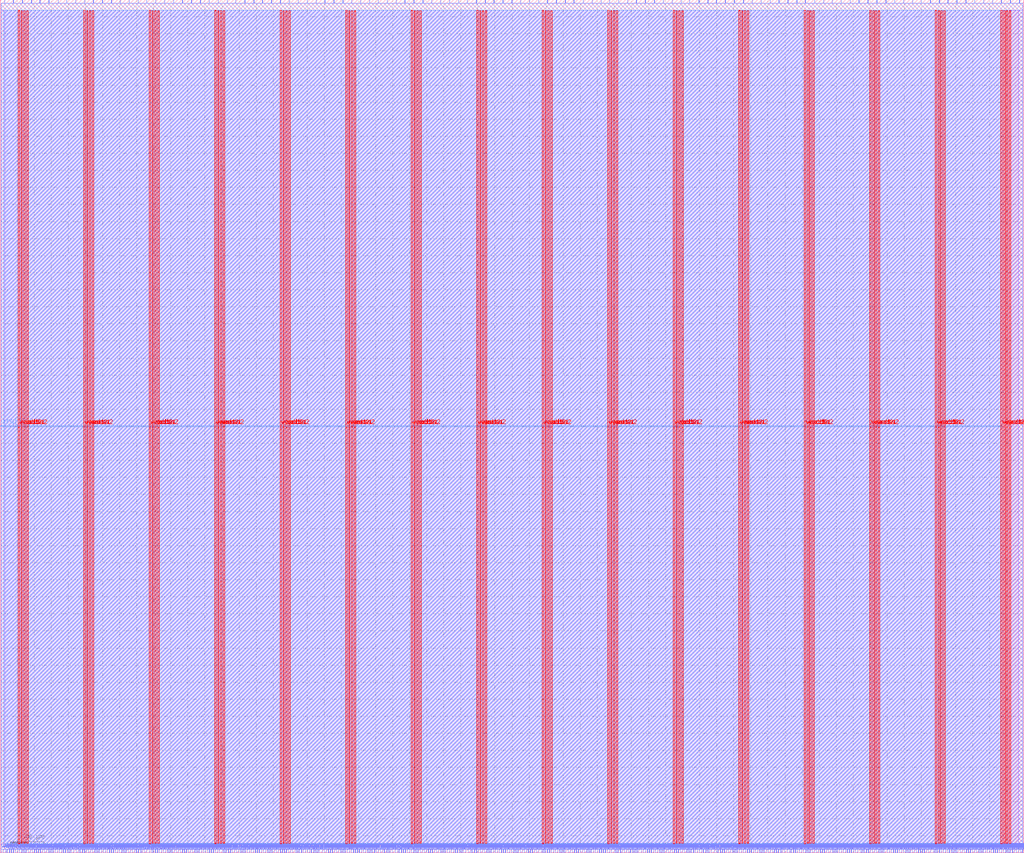
<source format=lef>
VERSION 5.7 ;
  NOWIREEXTENSIONATPIN ON ;
  DIVIDERCHAR "/" ;
  BUSBITCHARS "[]" ;
MACRO user_proj_top
  CLASS BLOCK ;
  FOREIGN user_proj_top ;
  ORIGIN 0.000 0.000 ;
  SIZE 1200.000 BY 1000.000 ;
  PIN io_in[0]
    DIRECTION INPUT ;
    USE SIGNAL ;
    PORT
      LAYER met2 ;
        RECT 5.150 996.000 5.430 1000.000 ;
    END
  END io_in[0]
  PIN io_in[10]
    DIRECTION INPUT ;
    USE SIGNAL ;
    PORT
      LAYER met2 ;
        RECT 317.950 996.000 318.230 1000.000 ;
    END
  END io_in[10]
  PIN io_in[11]
    DIRECTION INPUT ;
    USE SIGNAL ;
    PORT
      LAYER met2 ;
        RECT 349.230 996.000 349.510 1000.000 ;
    END
  END io_in[11]
  PIN io_in[12]
    DIRECTION INPUT ;
    USE SIGNAL ;
    PORT
      LAYER met2 ;
        RECT 380.510 996.000 380.790 1000.000 ;
    END
  END io_in[12]
  PIN io_in[13]
    DIRECTION INPUT ;
    USE SIGNAL ;
    PORT
      LAYER met2 ;
        RECT 411.790 996.000 412.070 1000.000 ;
    END
  END io_in[13]
  PIN io_in[14]
    DIRECTION INPUT ;
    USE SIGNAL ;
    PORT
      LAYER met2 ;
        RECT 443.070 996.000 443.350 1000.000 ;
    END
  END io_in[14]
  PIN io_in[15]
    DIRECTION INPUT ;
    USE SIGNAL ;
    PORT
      LAYER met2 ;
        RECT 474.350 996.000 474.630 1000.000 ;
    END
  END io_in[15]
  PIN io_in[16]
    DIRECTION INPUT ;
    USE SIGNAL ;
    PORT
      LAYER met2 ;
        RECT 505.630 996.000 505.910 1000.000 ;
    END
  END io_in[16]
  PIN io_in[17]
    DIRECTION INPUT ;
    USE SIGNAL ;
    PORT
      LAYER met2 ;
        RECT 537.370 996.000 537.650 1000.000 ;
    END
  END io_in[17]
  PIN io_in[18]
    DIRECTION INPUT ;
    USE SIGNAL ;
    PORT
      LAYER met2 ;
        RECT 568.650 996.000 568.930 1000.000 ;
    END
  END io_in[18]
  PIN io_in[19]
    DIRECTION INPUT ;
    USE SIGNAL ;
    PORT
      LAYER met2 ;
        RECT 599.930 996.000 600.210 1000.000 ;
    END
  END io_in[19]
  PIN io_in[1]
    DIRECTION INPUT ;
    USE SIGNAL ;
    PORT
      LAYER met2 ;
        RECT 36.430 996.000 36.710 1000.000 ;
    END
  END io_in[1]
  PIN io_in[20]
    DIRECTION INPUT ;
    USE SIGNAL ;
    PORT
      LAYER met2 ;
        RECT 631.210 996.000 631.490 1000.000 ;
    END
  END io_in[20]
  PIN io_in[21]
    DIRECTION INPUT ;
    USE SIGNAL ;
    PORT
      LAYER met2 ;
        RECT 662.490 996.000 662.770 1000.000 ;
    END
  END io_in[21]
  PIN io_in[22]
    DIRECTION INPUT ;
    USE SIGNAL ;
    PORT
      LAYER met2 ;
        RECT 693.770 996.000 694.050 1000.000 ;
    END
  END io_in[22]
  PIN io_in[23]
    DIRECTION INPUT ;
    USE SIGNAL ;
    PORT
      LAYER met2 ;
        RECT 725.050 996.000 725.330 1000.000 ;
    END
  END io_in[23]
  PIN io_in[24]
    DIRECTION INPUT ;
    USE SIGNAL ;
    PORT
      LAYER met2 ;
        RECT 756.330 996.000 756.610 1000.000 ;
    END
  END io_in[24]
  PIN io_in[25]
    DIRECTION INPUT ;
    USE SIGNAL ;
    PORT
      LAYER met2 ;
        RECT 787.610 996.000 787.890 1000.000 ;
    END
  END io_in[25]
  PIN io_in[26]
    DIRECTION INPUT ;
    USE SIGNAL ;
    PORT
      LAYER met2 ;
        RECT 818.890 996.000 819.170 1000.000 ;
    END
  END io_in[26]
  PIN io_in[27]
    DIRECTION INPUT ;
    USE SIGNAL ;
    PORT
      LAYER met2 ;
        RECT 850.170 996.000 850.450 1000.000 ;
    END
  END io_in[27]
  PIN io_in[28]
    DIRECTION INPUT ;
    USE SIGNAL ;
    PORT
      LAYER met2 ;
        RECT 881.450 996.000 881.730 1000.000 ;
    END
  END io_in[28]
  PIN io_in[29]
    DIRECTION INPUT ;
    USE SIGNAL ;
    PORT
      LAYER met2 ;
        RECT 912.730 996.000 913.010 1000.000 ;
    END
  END io_in[29]
  PIN io_in[2]
    DIRECTION INPUT ;
    USE SIGNAL ;
    PORT
      LAYER met2 ;
        RECT 67.710 996.000 67.990 1000.000 ;
    END
  END io_in[2]
  PIN io_in[30]
    DIRECTION INPUT ;
    USE SIGNAL ;
    PORT
      LAYER met2 ;
        RECT 944.010 996.000 944.290 1000.000 ;
    END
  END io_in[30]
  PIN io_in[31]
    DIRECTION INPUT ;
    USE SIGNAL ;
    PORT
      LAYER met2 ;
        RECT 975.290 996.000 975.570 1000.000 ;
    END
  END io_in[31]
  PIN io_in[32]
    DIRECTION INPUT ;
    USE SIGNAL ;
    PORT
      LAYER met2 ;
        RECT 1006.570 996.000 1006.850 1000.000 ;
    END
  END io_in[32]
  PIN io_in[33]
    DIRECTION INPUT ;
    USE SIGNAL ;
    PORT
      LAYER met2 ;
        RECT 1038.310 996.000 1038.590 1000.000 ;
    END
  END io_in[33]
  PIN io_in[34]
    DIRECTION INPUT ;
    USE SIGNAL ;
    PORT
      LAYER met2 ;
        RECT 1069.590 996.000 1069.870 1000.000 ;
    END
  END io_in[34]
  PIN io_in[35]
    DIRECTION INPUT ;
    USE SIGNAL ;
    PORT
      LAYER met2 ;
        RECT 1100.870 996.000 1101.150 1000.000 ;
    END
  END io_in[35]
  PIN io_in[36]
    DIRECTION INPUT ;
    USE SIGNAL ;
    PORT
      LAYER met2 ;
        RECT 1132.150 996.000 1132.430 1000.000 ;
    END
  END io_in[36]
  PIN io_in[37]
    DIRECTION INPUT ;
    USE SIGNAL ;
    PORT
      LAYER met2 ;
        RECT 1163.430 996.000 1163.710 1000.000 ;
    END
  END io_in[37]
  PIN io_in[3]
    DIRECTION INPUT ;
    USE SIGNAL ;
    PORT
      LAYER met2 ;
        RECT 98.990 996.000 99.270 1000.000 ;
    END
  END io_in[3]
  PIN io_in[4]
    DIRECTION INPUT ;
    USE SIGNAL ;
    PORT
      LAYER met2 ;
        RECT 130.270 996.000 130.550 1000.000 ;
    END
  END io_in[4]
  PIN io_in[5]
    DIRECTION INPUT ;
    USE SIGNAL ;
    PORT
      LAYER met2 ;
        RECT 161.550 996.000 161.830 1000.000 ;
    END
  END io_in[5]
  PIN io_in[6]
    DIRECTION INPUT ;
    USE SIGNAL ;
    PORT
      LAYER met2 ;
        RECT 192.830 996.000 193.110 1000.000 ;
    END
  END io_in[6]
  PIN io_in[7]
    DIRECTION INPUT ;
    USE SIGNAL ;
    PORT
      LAYER met2 ;
        RECT 224.110 996.000 224.390 1000.000 ;
    END
  END io_in[7]
  PIN io_in[8]
    DIRECTION INPUT ;
    USE SIGNAL ;
    PORT
      LAYER met2 ;
        RECT 255.390 996.000 255.670 1000.000 ;
    END
  END io_in[8]
  PIN io_in[9]
    DIRECTION INPUT ;
    USE SIGNAL ;
    PORT
      LAYER met2 ;
        RECT 286.670 996.000 286.950 1000.000 ;
    END
  END io_in[9]
  PIN io_oeb[0]
    DIRECTION OUTPUT TRISTATE ;
    USE SIGNAL ;
    PORT
      LAYER met2 ;
        RECT 15.270 996.000 15.550 1000.000 ;
    END
  END io_oeb[0]
  PIN io_oeb[10]
    DIRECTION OUTPUT TRISTATE ;
    USE SIGNAL ;
    PORT
      LAYER met2 ;
        RECT 328.530 996.000 328.810 1000.000 ;
    END
  END io_oeb[10]
  PIN io_oeb[11]
    DIRECTION OUTPUT TRISTATE ;
    USE SIGNAL ;
    PORT
      LAYER met2 ;
        RECT 359.810 996.000 360.090 1000.000 ;
    END
  END io_oeb[11]
  PIN io_oeb[12]
    DIRECTION OUTPUT TRISTATE ;
    USE SIGNAL ;
    PORT
      LAYER met2 ;
        RECT 391.090 996.000 391.370 1000.000 ;
    END
  END io_oeb[12]
  PIN io_oeb[13]
    DIRECTION OUTPUT TRISTATE ;
    USE SIGNAL ;
    PORT
      LAYER met2 ;
        RECT 422.370 996.000 422.650 1000.000 ;
    END
  END io_oeb[13]
  PIN io_oeb[14]
    DIRECTION OUTPUT TRISTATE ;
    USE SIGNAL ;
    PORT
      LAYER met2 ;
        RECT 453.650 996.000 453.930 1000.000 ;
    END
  END io_oeb[14]
  PIN io_oeb[15]
    DIRECTION OUTPUT TRISTATE ;
    USE SIGNAL ;
    PORT
      LAYER met2 ;
        RECT 484.930 996.000 485.210 1000.000 ;
    END
  END io_oeb[15]
  PIN io_oeb[16]
    DIRECTION OUTPUT TRISTATE ;
    USE SIGNAL ;
    PORT
      LAYER met2 ;
        RECT 516.210 996.000 516.490 1000.000 ;
    END
  END io_oeb[16]
  PIN io_oeb[17]
    DIRECTION OUTPUT TRISTATE ;
    USE SIGNAL ;
    PORT
      LAYER met2 ;
        RECT 547.490 996.000 547.770 1000.000 ;
    END
  END io_oeb[17]
  PIN io_oeb[18]
    DIRECTION OUTPUT TRISTATE ;
    USE SIGNAL ;
    PORT
      LAYER met2 ;
        RECT 578.770 996.000 579.050 1000.000 ;
    END
  END io_oeb[18]
  PIN io_oeb[19]
    DIRECTION OUTPUT TRISTATE ;
    USE SIGNAL ;
    PORT
      LAYER met2 ;
        RECT 610.050 996.000 610.330 1000.000 ;
    END
  END io_oeb[19]
  PIN io_oeb[1]
    DIRECTION OUTPUT TRISTATE ;
    USE SIGNAL ;
    PORT
      LAYER met2 ;
        RECT 46.550 996.000 46.830 1000.000 ;
    END
  END io_oeb[1]
  PIN io_oeb[20]
    DIRECTION OUTPUT TRISTATE ;
    USE SIGNAL ;
    PORT
      LAYER met2 ;
        RECT 641.330 996.000 641.610 1000.000 ;
    END
  END io_oeb[20]
  PIN io_oeb[21]
    DIRECTION OUTPUT TRISTATE ;
    USE SIGNAL ;
    PORT
      LAYER met2 ;
        RECT 672.610 996.000 672.890 1000.000 ;
    END
  END io_oeb[21]
  PIN io_oeb[22]
    DIRECTION OUTPUT TRISTATE ;
    USE SIGNAL ;
    PORT
      LAYER met2 ;
        RECT 704.350 996.000 704.630 1000.000 ;
    END
  END io_oeb[22]
  PIN io_oeb[23]
    DIRECTION OUTPUT TRISTATE ;
    USE SIGNAL ;
    PORT
      LAYER met2 ;
        RECT 735.630 996.000 735.910 1000.000 ;
    END
  END io_oeb[23]
  PIN io_oeb[24]
    DIRECTION OUTPUT TRISTATE ;
    USE SIGNAL ;
    PORT
      LAYER met2 ;
        RECT 766.910 996.000 767.190 1000.000 ;
    END
  END io_oeb[24]
  PIN io_oeb[25]
    DIRECTION OUTPUT TRISTATE ;
    USE SIGNAL ;
    PORT
      LAYER met2 ;
        RECT 798.190 996.000 798.470 1000.000 ;
    END
  END io_oeb[25]
  PIN io_oeb[26]
    DIRECTION OUTPUT TRISTATE ;
    USE SIGNAL ;
    PORT
      LAYER met2 ;
        RECT 829.470 996.000 829.750 1000.000 ;
    END
  END io_oeb[26]
  PIN io_oeb[27]
    DIRECTION OUTPUT TRISTATE ;
    USE SIGNAL ;
    PORT
      LAYER met2 ;
        RECT 860.750 996.000 861.030 1000.000 ;
    END
  END io_oeb[27]
  PIN io_oeb[28]
    DIRECTION OUTPUT TRISTATE ;
    USE SIGNAL ;
    PORT
      LAYER met2 ;
        RECT 892.030 996.000 892.310 1000.000 ;
    END
  END io_oeb[28]
  PIN io_oeb[29]
    DIRECTION OUTPUT TRISTATE ;
    USE SIGNAL ;
    PORT
      LAYER met2 ;
        RECT 923.310 996.000 923.590 1000.000 ;
    END
  END io_oeb[29]
  PIN io_oeb[2]
    DIRECTION OUTPUT TRISTATE ;
    USE SIGNAL ;
    PORT
      LAYER met2 ;
        RECT 77.830 996.000 78.110 1000.000 ;
    END
  END io_oeb[2]
  PIN io_oeb[30]
    DIRECTION OUTPUT TRISTATE ;
    USE SIGNAL ;
    PORT
      LAYER met2 ;
        RECT 954.590 996.000 954.870 1000.000 ;
    END
  END io_oeb[30]
  PIN io_oeb[31]
    DIRECTION OUTPUT TRISTATE ;
    USE SIGNAL ;
    PORT
      LAYER met2 ;
        RECT 985.870 996.000 986.150 1000.000 ;
    END
  END io_oeb[31]
  PIN io_oeb[32]
    DIRECTION OUTPUT TRISTATE ;
    USE SIGNAL ;
    PORT
      LAYER met2 ;
        RECT 1017.150 996.000 1017.430 1000.000 ;
    END
  END io_oeb[32]
  PIN io_oeb[33]
    DIRECTION OUTPUT TRISTATE ;
    USE SIGNAL ;
    PORT
      LAYER met2 ;
        RECT 1048.430 996.000 1048.710 1000.000 ;
    END
  END io_oeb[33]
  PIN io_oeb[34]
    DIRECTION OUTPUT TRISTATE ;
    USE SIGNAL ;
    PORT
      LAYER met2 ;
        RECT 1079.710 996.000 1079.990 1000.000 ;
    END
  END io_oeb[34]
  PIN io_oeb[35]
    DIRECTION OUTPUT TRISTATE ;
    USE SIGNAL ;
    PORT
      LAYER met2 ;
        RECT 1110.990 996.000 1111.270 1000.000 ;
    END
  END io_oeb[35]
  PIN io_oeb[36]
    DIRECTION OUTPUT TRISTATE ;
    USE SIGNAL ;
    PORT
      LAYER met2 ;
        RECT 1142.270 996.000 1142.550 1000.000 ;
    END
  END io_oeb[36]
  PIN io_oeb[37]
    DIRECTION OUTPUT TRISTATE ;
    USE SIGNAL ;
    PORT
      LAYER met2 ;
        RECT 1173.550 996.000 1173.830 1000.000 ;
    END
  END io_oeb[37]
  PIN io_oeb[3]
    DIRECTION OUTPUT TRISTATE ;
    USE SIGNAL ;
    PORT
      LAYER met2 ;
        RECT 109.110 996.000 109.390 1000.000 ;
    END
  END io_oeb[3]
  PIN io_oeb[4]
    DIRECTION OUTPUT TRISTATE ;
    USE SIGNAL ;
    PORT
      LAYER met2 ;
        RECT 140.390 996.000 140.670 1000.000 ;
    END
  END io_oeb[4]
  PIN io_oeb[5]
    DIRECTION OUTPUT TRISTATE ;
    USE SIGNAL ;
    PORT
      LAYER met2 ;
        RECT 171.670 996.000 171.950 1000.000 ;
    END
  END io_oeb[5]
  PIN io_oeb[6]
    DIRECTION OUTPUT TRISTATE ;
    USE SIGNAL ;
    PORT
      LAYER met2 ;
        RECT 203.410 996.000 203.690 1000.000 ;
    END
  END io_oeb[6]
  PIN io_oeb[7]
    DIRECTION OUTPUT TRISTATE ;
    USE SIGNAL ;
    PORT
      LAYER met2 ;
        RECT 234.690 996.000 234.970 1000.000 ;
    END
  END io_oeb[7]
  PIN io_oeb[8]
    DIRECTION OUTPUT TRISTATE ;
    USE SIGNAL ;
    PORT
      LAYER met2 ;
        RECT 265.970 996.000 266.250 1000.000 ;
    END
  END io_oeb[8]
  PIN io_oeb[9]
    DIRECTION OUTPUT TRISTATE ;
    USE SIGNAL ;
    PORT
      LAYER met2 ;
        RECT 297.250 996.000 297.530 1000.000 ;
    END
  END io_oeb[9]
  PIN io_out[0]
    DIRECTION OUTPUT TRISTATE ;
    USE SIGNAL ;
    PORT
      LAYER met2 ;
        RECT 25.850 996.000 26.130 1000.000 ;
    END
  END io_out[0]
  PIN io_out[10]
    DIRECTION OUTPUT TRISTATE ;
    USE SIGNAL ;
    PORT
      LAYER met2 ;
        RECT 338.650 996.000 338.930 1000.000 ;
    END
  END io_out[10]
  PIN io_out[11]
    DIRECTION OUTPUT TRISTATE ;
    USE SIGNAL ;
    PORT
      LAYER met2 ;
        RECT 370.390 996.000 370.670 1000.000 ;
    END
  END io_out[11]
  PIN io_out[12]
    DIRECTION OUTPUT TRISTATE ;
    USE SIGNAL ;
    PORT
      LAYER met2 ;
        RECT 401.670 996.000 401.950 1000.000 ;
    END
  END io_out[12]
  PIN io_out[13]
    DIRECTION OUTPUT TRISTATE ;
    USE SIGNAL ;
    PORT
      LAYER met2 ;
        RECT 432.950 996.000 433.230 1000.000 ;
    END
  END io_out[13]
  PIN io_out[14]
    DIRECTION OUTPUT TRISTATE ;
    USE SIGNAL ;
    PORT
      LAYER met2 ;
        RECT 464.230 996.000 464.510 1000.000 ;
    END
  END io_out[14]
  PIN io_out[15]
    DIRECTION OUTPUT TRISTATE ;
    USE SIGNAL ;
    PORT
      LAYER met2 ;
        RECT 495.510 996.000 495.790 1000.000 ;
    END
  END io_out[15]
  PIN io_out[16]
    DIRECTION OUTPUT TRISTATE ;
    USE SIGNAL ;
    PORT
      LAYER met2 ;
        RECT 526.790 996.000 527.070 1000.000 ;
    END
  END io_out[16]
  PIN io_out[17]
    DIRECTION OUTPUT TRISTATE ;
    USE SIGNAL ;
    PORT
      LAYER met2 ;
        RECT 558.070 996.000 558.350 1000.000 ;
    END
  END io_out[17]
  PIN io_out[18]
    DIRECTION OUTPUT TRISTATE ;
    USE SIGNAL ;
    PORT
      LAYER met2 ;
        RECT 589.350 996.000 589.630 1000.000 ;
    END
  END io_out[18]
  PIN io_out[19]
    DIRECTION OUTPUT TRISTATE ;
    USE SIGNAL ;
    PORT
      LAYER met2 ;
        RECT 620.630 996.000 620.910 1000.000 ;
    END
  END io_out[19]
  PIN io_out[1]
    DIRECTION OUTPUT TRISTATE ;
    USE SIGNAL ;
    PORT
      LAYER met2 ;
        RECT 57.130 996.000 57.410 1000.000 ;
    END
  END io_out[1]
  PIN io_out[20]
    DIRECTION OUTPUT TRISTATE ;
    USE SIGNAL ;
    PORT
      LAYER met2 ;
        RECT 651.910 996.000 652.190 1000.000 ;
    END
  END io_out[20]
  PIN io_out[21]
    DIRECTION OUTPUT TRISTATE ;
    USE SIGNAL ;
    PORT
      LAYER met2 ;
        RECT 683.190 996.000 683.470 1000.000 ;
    END
  END io_out[21]
  PIN io_out[22]
    DIRECTION OUTPUT TRISTATE ;
    USE SIGNAL ;
    PORT
      LAYER met2 ;
        RECT 714.470 996.000 714.750 1000.000 ;
    END
  END io_out[22]
  PIN io_out[23]
    DIRECTION OUTPUT TRISTATE ;
    USE SIGNAL ;
    PORT
      LAYER met2 ;
        RECT 745.750 996.000 746.030 1000.000 ;
    END
  END io_out[23]
  PIN io_out[24]
    DIRECTION OUTPUT TRISTATE ;
    USE SIGNAL ;
    PORT
      LAYER met2 ;
        RECT 777.030 996.000 777.310 1000.000 ;
    END
  END io_out[24]
  PIN io_out[25]
    DIRECTION OUTPUT TRISTATE ;
    USE SIGNAL ;
    PORT
      LAYER met2 ;
        RECT 808.310 996.000 808.590 1000.000 ;
    END
  END io_out[25]
  PIN io_out[26]
    DIRECTION OUTPUT TRISTATE ;
    USE SIGNAL ;
    PORT
      LAYER met2 ;
        RECT 839.590 996.000 839.870 1000.000 ;
    END
  END io_out[26]
  PIN io_out[27]
    DIRECTION OUTPUT TRISTATE ;
    USE SIGNAL ;
    PORT
      LAYER met2 ;
        RECT 871.330 996.000 871.610 1000.000 ;
    END
  END io_out[27]
  PIN io_out[28]
    DIRECTION OUTPUT TRISTATE ;
    USE SIGNAL ;
    PORT
      LAYER met2 ;
        RECT 902.610 996.000 902.890 1000.000 ;
    END
  END io_out[28]
  PIN io_out[29]
    DIRECTION OUTPUT TRISTATE ;
    USE SIGNAL ;
    PORT
      LAYER met2 ;
        RECT 933.890 996.000 934.170 1000.000 ;
    END
  END io_out[29]
  PIN io_out[2]
    DIRECTION OUTPUT TRISTATE ;
    USE SIGNAL ;
    PORT
      LAYER met2 ;
        RECT 88.410 996.000 88.690 1000.000 ;
    END
  END io_out[2]
  PIN io_out[30]
    DIRECTION OUTPUT TRISTATE ;
    USE SIGNAL ;
    PORT
      LAYER met2 ;
        RECT 965.170 996.000 965.450 1000.000 ;
    END
  END io_out[30]
  PIN io_out[31]
    DIRECTION OUTPUT TRISTATE ;
    USE SIGNAL ;
    PORT
      LAYER met2 ;
        RECT 996.450 996.000 996.730 1000.000 ;
    END
  END io_out[31]
  PIN io_out[32]
    DIRECTION OUTPUT TRISTATE ;
    USE SIGNAL ;
    PORT
      LAYER met2 ;
        RECT 1027.730 996.000 1028.010 1000.000 ;
    END
  END io_out[32]
  PIN io_out[33]
    DIRECTION OUTPUT TRISTATE ;
    USE SIGNAL ;
    PORT
      LAYER met2 ;
        RECT 1059.010 996.000 1059.290 1000.000 ;
    END
  END io_out[33]
  PIN io_out[34]
    DIRECTION OUTPUT TRISTATE ;
    USE SIGNAL ;
    PORT
      LAYER met2 ;
        RECT 1090.290 996.000 1090.570 1000.000 ;
    END
  END io_out[34]
  PIN io_out[35]
    DIRECTION OUTPUT TRISTATE ;
    USE SIGNAL ;
    PORT
      LAYER met2 ;
        RECT 1121.570 996.000 1121.850 1000.000 ;
    END
  END io_out[35]
  PIN io_out[36]
    DIRECTION OUTPUT TRISTATE ;
    USE SIGNAL ;
    PORT
      LAYER met2 ;
        RECT 1152.850 996.000 1153.130 1000.000 ;
    END
  END io_out[36]
  PIN io_out[37]
    DIRECTION OUTPUT TRISTATE ;
    USE SIGNAL ;
    PORT
      LAYER met2 ;
        RECT 1184.130 996.000 1184.410 1000.000 ;
    END
  END io_out[37]
  PIN io_out[3]
    DIRECTION OUTPUT TRISTATE ;
    USE SIGNAL ;
    PORT
      LAYER met2 ;
        RECT 119.690 996.000 119.970 1000.000 ;
    END
  END io_out[3]
  PIN io_out[4]
    DIRECTION OUTPUT TRISTATE ;
    USE SIGNAL ;
    PORT
      LAYER met2 ;
        RECT 150.970 996.000 151.250 1000.000 ;
    END
  END io_out[4]
  PIN io_out[5]
    DIRECTION OUTPUT TRISTATE ;
    USE SIGNAL ;
    PORT
      LAYER met2 ;
        RECT 182.250 996.000 182.530 1000.000 ;
    END
  END io_out[5]
  PIN io_out[6]
    DIRECTION OUTPUT TRISTATE ;
    USE SIGNAL ;
    PORT
      LAYER met2 ;
        RECT 213.530 996.000 213.810 1000.000 ;
    END
  END io_out[6]
  PIN io_out[7]
    DIRECTION OUTPUT TRISTATE ;
    USE SIGNAL ;
    PORT
      LAYER met2 ;
        RECT 244.810 996.000 245.090 1000.000 ;
    END
  END io_out[7]
  PIN io_out[8]
    DIRECTION OUTPUT TRISTATE ;
    USE SIGNAL ;
    PORT
      LAYER met2 ;
        RECT 276.090 996.000 276.370 1000.000 ;
    END
  END io_out[8]
  PIN io_out[9]
    DIRECTION OUTPUT TRISTATE ;
    USE SIGNAL ;
    PORT
      LAYER met2 ;
        RECT 307.370 996.000 307.650 1000.000 ;
    END
  END io_out[9]
  PIN irq[0]
    DIRECTION OUTPUT TRISTATE ;
    USE SIGNAL ;
    PORT
      LAYER met2 ;
        RECT 1198.390 0.000 1198.670 4.000 ;
    END
  END irq[0]
  PIN irq[1]
    DIRECTION OUTPUT TRISTATE ;
    USE SIGNAL ;
    PORT
      LAYER met3 ;
        RECT 0.000 499.840 4.000 500.440 ;
    END
  END irq[1]
  PIN irq[2]
    DIRECTION OUTPUT TRISTATE ;
    USE SIGNAL ;
    PORT
      LAYER met2 ;
        RECT 1194.710 996.000 1194.990 1000.000 ;
    END
  END irq[2]
  PIN la_data_in[0]
    DIRECTION INPUT ;
    USE SIGNAL ;
    PORT
      LAYER met2 ;
        RECT 259.990 0.000 260.270 4.000 ;
    END
  END la_data_in[0]
  PIN la_data_in[100]
    DIRECTION INPUT ;
    USE SIGNAL ;
    PORT
      LAYER met2 ;
        RECT 993.230 0.000 993.510 4.000 ;
    END
  END la_data_in[100]
  PIN la_data_in[101]
    DIRECTION INPUT ;
    USE SIGNAL ;
    PORT
      LAYER met2 ;
        RECT 1000.590 0.000 1000.870 4.000 ;
    END
  END la_data_in[101]
  PIN la_data_in[102]
    DIRECTION INPUT ;
    USE SIGNAL ;
    PORT
      LAYER met2 ;
        RECT 1007.950 0.000 1008.230 4.000 ;
    END
  END la_data_in[102]
  PIN la_data_in[103]
    DIRECTION INPUT ;
    USE SIGNAL ;
    PORT
      LAYER met2 ;
        RECT 1015.310 0.000 1015.590 4.000 ;
    END
  END la_data_in[103]
  PIN la_data_in[104]
    DIRECTION INPUT ;
    USE SIGNAL ;
    PORT
      LAYER met2 ;
        RECT 1022.670 0.000 1022.950 4.000 ;
    END
  END la_data_in[104]
  PIN la_data_in[105]
    DIRECTION INPUT ;
    USE SIGNAL ;
    PORT
      LAYER met2 ;
        RECT 1030.030 0.000 1030.310 4.000 ;
    END
  END la_data_in[105]
  PIN la_data_in[106]
    DIRECTION INPUT ;
    USE SIGNAL ;
    PORT
      LAYER met2 ;
        RECT 1036.930 0.000 1037.210 4.000 ;
    END
  END la_data_in[106]
  PIN la_data_in[107]
    DIRECTION INPUT ;
    USE SIGNAL ;
    PORT
      LAYER met2 ;
        RECT 1044.290 0.000 1044.570 4.000 ;
    END
  END la_data_in[107]
  PIN la_data_in[108]
    DIRECTION INPUT ;
    USE SIGNAL ;
    PORT
      LAYER met2 ;
        RECT 1051.650 0.000 1051.930 4.000 ;
    END
  END la_data_in[108]
  PIN la_data_in[109]
    DIRECTION INPUT ;
    USE SIGNAL ;
    PORT
      LAYER met2 ;
        RECT 1059.010 0.000 1059.290 4.000 ;
    END
  END la_data_in[109]
  PIN la_data_in[10]
    DIRECTION INPUT ;
    USE SIGNAL ;
    PORT
      LAYER met2 ;
        RECT 333.130 0.000 333.410 4.000 ;
    END
  END la_data_in[10]
  PIN la_data_in[110]
    DIRECTION INPUT ;
    USE SIGNAL ;
    PORT
      LAYER met2 ;
        RECT 1066.370 0.000 1066.650 4.000 ;
    END
  END la_data_in[110]
  PIN la_data_in[111]
    DIRECTION INPUT ;
    USE SIGNAL ;
    PORT
      LAYER met2 ;
        RECT 1073.730 0.000 1074.010 4.000 ;
    END
  END la_data_in[111]
  PIN la_data_in[112]
    DIRECTION INPUT ;
    USE SIGNAL ;
    PORT
      LAYER met2 ;
        RECT 1081.090 0.000 1081.370 4.000 ;
    END
  END la_data_in[112]
  PIN la_data_in[113]
    DIRECTION INPUT ;
    USE SIGNAL ;
    PORT
      LAYER met2 ;
        RECT 1088.450 0.000 1088.730 4.000 ;
    END
  END la_data_in[113]
  PIN la_data_in[114]
    DIRECTION INPUT ;
    USE SIGNAL ;
    PORT
      LAYER met2 ;
        RECT 1095.810 0.000 1096.090 4.000 ;
    END
  END la_data_in[114]
  PIN la_data_in[115]
    DIRECTION INPUT ;
    USE SIGNAL ;
    PORT
      LAYER met2 ;
        RECT 1103.170 0.000 1103.450 4.000 ;
    END
  END la_data_in[115]
  PIN la_data_in[116]
    DIRECTION INPUT ;
    USE SIGNAL ;
    PORT
      LAYER met2 ;
        RECT 1110.530 0.000 1110.810 4.000 ;
    END
  END la_data_in[116]
  PIN la_data_in[117]
    DIRECTION INPUT ;
    USE SIGNAL ;
    PORT
      LAYER met2 ;
        RECT 1117.890 0.000 1118.170 4.000 ;
    END
  END la_data_in[117]
  PIN la_data_in[118]
    DIRECTION INPUT ;
    USE SIGNAL ;
    PORT
      LAYER met2 ;
        RECT 1125.250 0.000 1125.530 4.000 ;
    END
  END la_data_in[118]
  PIN la_data_in[119]
    DIRECTION INPUT ;
    USE SIGNAL ;
    PORT
      LAYER met2 ;
        RECT 1132.610 0.000 1132.890 4.000 ;
    END
  END la_data_in[119]
  PIN la_data_in[11]
    DIRECTION INPUT ;
    USE SIGNAL ;
    PORT
      LAYER met2 ;
        RECT 340.490 0.000 340.770 4.000 ;
    END
  END la_data_in[11]
  PIN la_data_in[120]
    DIRECTION INPUT ;
    USE SIGNAL ;
    PORT
      LAYER met2 ;
        RECT 1139.970 0.000 1140.250 4.000 ;
    END
  END la_data_in[120]
  PIN la_data_in[121]
    DIRECTION INPUT ;
    USE SIGNAL ;
    PORT
      LAYER met2 ;
        RECT 1147.330 0.000 1147.610 4.000 ;
    END
  END la_data_in[121]
  PIN la_data_in[122]
    DIRECTION INPUT ;
    USE SIGNAL ;
    PORT
      LAYER met2 ;
        RECT 1154.690 0.000 1154.970 4.000 ;
    END
  END la_data_in[122]
  PIN la_data_in[123]
    DIRECTION INPUT ;
    USE SIGNAL ;
    PORT
      LAYER met2 ;
        RECT 1161.590 0.000 1161.870 4.000 ;
    END
  END la_data_in[123]
  PIN la_data_in[124]
    DIRECTION INPUT ;
    USE SIGNAL ;
    PORT
      LAYER met2 ;
        RECT 1168.950 0.000 1169.230 4.000 ;
    END
  END la_data_in[124]
  PIN la_data_in[125]
    DIRECTION INPUT ;
    USE SIGNAL ;
    PORT
      LAYER met2 ;
        RECT 1176.310 0.000 1176.590 4.000 ;
    END
  END la_data_in[125]
  PIN la_data_in[126]
    DIRECTION INPUT ;
    USE SIGNAL ;
    PORT
      LAYER met2 ;
        RECT 1183.670 0.000 1183.950 4.000 ;
    END
  END la_data_in[126]
  PIN la_data_in[127]
    DIRECTION INPUT ;
    USE SIGNAL ;
    PORT
      LAYER met2 ;
        RECT 1191.030 0.000 1191.310 4.000 ;
    END
  END la_data_in[127]
  PIN la_data_in[12]
    DIRECTION INPUT ;
    USE SIGNAL ;
    PORT
      LAYER met2 ;
        RECT 347.850 0.000 348.130 4.000 ;
    END
  END la_data_in[12]
  PIN la_data_in[13]
    DIRECTION INPUT ;
    USE SIGNAL ;
    PORT
      LAYER met2 ;
        RECT 355.210 0.000 355.490 4.000 ;
    END
  END la_data_in[13]
  PIN la_data_in[14]
    DIRECTION INPUT ;
    USE SIGNAL ;
    PORT
      LAYER met2 ;
        RECT 362.570 0.000 362.850 4.000 ;
    END
  END la_data_in[14]
  PIN la_data_in[15]
    DIRECTION INPUT ;
    USE SIGNAL ;
    PORT
      LAYER met2 ;
        RECT 369.930 0.000 370.210 4.000 ;
    END
  END la_data_in[15]
  PIN la_data_in[16]
    DIRECTION INPUT ;
    USE SIGNAL ;
    PORT
      LAYER met2 ;
        RECT 377.290 0.000 377.570 4.000 ;
    END
  END la_data_in[16]
  PIN la_data_in[17]
    DIRECTION INPUT ;
    USE SIGNAL ;
    PORT
      LAYER met2 ;
        RECT 384.650 0.000 384.930 4.000 ;
    END
  END la_data_in[17]
  PIN la_data_in[18]
    DIRECTION INPUT ;
    USE SIGNAL ;
    PORT
      LAYER met2 ;
        RECT 392.010 0.000 392.290 4.000 ;
    END
  END la_data_in[18]
  PIN la_data_in[19]
    DIRECTION INPUT ;
    USE SIGNAL ;
    PORT
      LAYER met2 ;
        RECT 399.370 0.000 399.650 4.000 ;
    END
  END la_data_in[19]
  PIN la_data_in[1]
    DIRECTION INPUT ;
    USE SIGNAL ;
    PORT
      LAYER met2 ;
        RECT 267.350 0.000 267.630 4.000 ;
    END
  END la_data_in[1]
  PIN la_data_in[20]
    DIRECTION INPUT ;
    USE SIGNAL ;
    PORT
      LAYER met2 ;
        RECT 406.730 0.000 407.010 4.000 ;
    END
  END la_data_in[20]
  PIN la_data_in[21]
    DIRECTION INPUT ;
    USE SIGNAL ;
    PORT
      LAYER met2 ;
        RECT 414.090 0.000 414.370 4.000 ;
    END
  END la_data_in[21]
  PIN la_data_in[22]
    DIRECTION INPUT ;
    USE SIGNAL ;
    PORT
      LAYER met2 ;
        RECT 420.990 0.000 421.270 4.000 ;
    END
  END la_data_in[22]
  PIN la_data_in[23]
    DIRECTION INPUT ;
    USE SIGNAL ;
    PORT
      LAYER met2 ;
        RECT 428.350 0.000 428.630 4.000 ;
    END
  END la_data_in[23]
  PIN la_data_in[24]
    DIRECTION INPUT ;
    USE SIGNAL ;
    PORT
      LAYER met2 ;
        RECT 435.710 0.000 435.990 4.000 ;
    END
  END la_data_in[24]
  PIN la_data_in[25]
    DIRECTION INPUT ;
    USE SIGNAL ;
    PORT
      LAYER met2 ;
        RECT 443.070 0.000 443.350 4.000 ;
    END
  END la_data_in[25]
  PIN la_data_in[26]
    DIRECTION INPUT ;
    USE SIGNAL ;
    PORT
      LAYER met2 ;
        RECT 450.430 0.000 450.710 4.000 ;
    END
  END la_data_in[26]
  PIN la_data_in[27]
    DIRECTION INPUT ;
    USE SIGNAL ;
    PORT
      LAYER met2 ;
        RECT 457.790 0.000 458.070 4.000 ;
    END
  END la_data_in[27]
  PIN la_data_in[28]
    DIRECTION INPUT ;
    USE SIGNAL ;
    PORT
      LAYER met2 ;
        RECT 465.150 0.000 465.430 4.000 ;
    END
  END la_data_in[28]
  PIN la_data_in[29]
    DIRECTION INPUT ;
    USE SIGNAL ;
    PORT
      LAYER met2 ;
        RECT 472.510 0.000 472.790 4.000 ;
    END
  END la_data_in[29]
  PIN la_data_in[2]
    DIRECTION INPUT ;
    USE SIGNAL ;
    PORT
      LAYER met2 ;
        RECT 274.710 0.000 274.990 4.000 ;
    END
  END la_data_in[2]
  PIN la_data_in[30]
    DIRECTION INPUT ;
    USE SIGNAL ;
    PORT
      LAYER met2 ;
        RECT 479.870 0.000 480.150 4.000 ;
    END
  END la_data_in[30]
  PIN la_data_in[31]
    DIRECTION INPUT ;
    USE SIGNAL ;
    PORT
      LAYER met2 ;
        RECT 487.230 0.000 487.510 4.000 ;
    END
  END la_data_in[31]
  PIN la_data_in[32]
    DIRECTION INPUT ;
    USE SIGNAL ;
    PORT
      LAYER met2 ;
        RECT 494.590 0.000 494.870 4.000 ;
    END
  END la_data_in[32]
  PIN la_data_in[33]
    DIRECTION INPUT ;
    USE SIGNAL ;
    PORT
      LAYER met2 ;
        RECT 501.950 0.000 502.230 4.000 ;
    END
  END la_data_in[33]
  PIN la_data_in[34]
    DIRECTION INPUT ;
    USE SIGNAL ;
    PORT
      LAYER met2 ;
        RECT 509.310 0.000 509.590 4.000 ;
    END
  END la_data_in[34]
  PIN la_data_in[35]
    DIRECTION INPUT ;
    USE SIGNAL ;
    PORT
      LAYER met2 ;
        RECT 516.670 0.000 516.950 4.000 ;
    END
  END la_data_in[35]
  PIN la_data_in[36]
    DIRECTION INPUT ;
    USE SIGNAL ;
    PORT
      LAYER met2 ;
        RECT 524.030 0.000 524.310 4.000 ;
    END
  END la_data_in[36]
  PIN la_data_in[37]
    DIRECTION INPUT ;
    USE SIGNAL ;
    PORT
      LAYER met2 ;
        RECT 531.390 0.000 531.670 4.000 ;
    END
  END la_data_in[37]
  PIN la_data_in[38]
    DIRECTION INPUT ;
    USE SIGNAL ;
    PORT
      LAYER met2 ;
        RECT 538.750 0.000 539.030 4.000 ;
    END
  END la_data_in[38]
  PIN la_data_in[39]
    DIRECTION INPUT ;
    USE SIGNAL ;
    PORT
      LAYER met2 ;
        RECT 545.650 0.000 545.930 4.000 ;
    END
  END la_data_in[39]
  PIN la_data_in[3]
    DIRECTION INPUT ;
    USE SIGNAL ;
    PORT
      LAYER met2 ;
        RECT 282.070 0.000 282.350 4.000 ;
    END
  END la_data_in[3]
  PIN la_data_in[40]
    DIRECTION INPUT ;
    USE SIGNAL ;
    PORT
      LAYER met2 ;
        RECT 553.010 0.000 553.290 4.000 ;
    END
  END la_data_in[40]
  PIN la_data_in[41]
    DIRECTION INPUT ;
    USE SIGNAL ;
    PORT
      LAYER met2 ;
        RECT 560.370 0.000 560.650 4.000 ;
    END
  END la_data_in[41]
  PIN la_data_in[42]
    DIRECTION INPUT ;
    USE SIGNAL ;
    PORT
      LAYER met2 ;
        RECT 567.730 0.000 568.010 4.000 ;
    END
  END la_data_in[42]
  PIN la_data_in[43]
    DIRECTION INPUT ;
    USE SIGNAL ;
    PORT
      LAYER met2 ;
        RECT 575.090 0.000 575.370 4.000 ;
    END
  END la_data_in[43]
  PIN la_data_in[44]
    DIRECTION INPUT ;
    USE SIGNAL ;
    PORT
      LAYER met2 ;
        RECT 582.450 0.000 582.730 4.000 ;
    END
  END la_data_in[44]
  PIN la_data_in[45]
    DIRECTION INPUT ;
    USE SIGNAL ;
    PORT
      LAYER met2 ;
        RECT 589.810 0.000 590.090 4.000 ;
    END
  END la_data_in[45]
  PIN la_data_in[46]
    DIRECTION INPUT ;
    USE SIGNAL ;
    PORT
      LAYER met2 ;
        RECT 597.170 0.000 597.450 4.000 ;
    END
  END la_data_in[46]
  PIN la_data_in[47]
    DIRECTION INPUT ;
    USE SIGNAL ;
    PORT
      LAYER met2 ;
        RECT 604.530 0.000 604.810 4.000 ;
    END
  END la_data_in[47]
  PIN la_data_in[48]
    DIRECTION INPUT ;
    USE SIGNAL ;
    PORT
      LAYER met2 ;
        RECT 611.890 0.000 612.170 4.000 ;
    END
  END la_data_in[48]
  PIN la_data_in[49]
    DIRECTION INPUT ;
    USE SIGNAL ;
    PORT
      LAYER met2 ;
        RECT 619.250 0.000 619.530 4.000 ;
    END
  END la_data_in[49]
  PIN la_data_in[4]
    DIRECTION INPUT ;
    USE SIGNAL ;
    PORT
      LAYER met2 ;
        RECT 289.430 0.000 289.710 4.000 ;
    END
  END la_data_in[4]
  PIN la_data_in[50]
    DIRECTION INPUT ;
    USE SIGNAL ;
    PORT
      LAYER met2 ;
        RECT 626.610 0.000 626.890 4.000 ;
    END
  END la_data_in[50]
  PIN la_data_in[51]
    DIRECTION INPUT ;
    USE SIGNAL ;
    PORT
      LAYER met2 ;
        RECT 633.970 0.000 634.250 4.000 ;
    END
  END la_data_in[51]
  PIN la_data_in[52]
    DIRECTION INPUT ;
    USE SIGNAL ;
    PORT
      LAYER met2 ;
        RECT 641.330 0.000 641.610 4.000 ;
    END
  END la_data_in[52]
  PIN la_data_in[53]
    DIRECTION INPUT ;
    USE SIGNAL ;
    PORT
      LAYER met2 ;
        RECT 648.690 0.000 648.970 4.000 ;
    END
  END la_data_in[53]
  PIN la_data_in[54]
    DIRECTION INPUT ;
    USE SIGNAL ;
    PORT
      LAYER met2 ;
        RECT 656.050 0.000 656.330 4.000 ;
    END
  END la_data_in[54]
  PIN la_data_in[55]
    DIRECTION INPUT ;
    USE SIGNAL ;
    PORT
      LAYER met2 ;
        RECT 662.950 0.000 663.230 4.000 ;
    END
  END la_data_in[55]
  PIN la_data_in[56]
    DIRECTION INPUT ;
    USE SIGNAL ;
    PORT
      LAYER met2 ;
        RECT 670.310 0.000 670.590 4.000 ;
    END
  END la_data_in[56]
  PIN la_data_in[57]
    DIRECTION INPUT ;
    USE SIGNAL ;
    PORT
      LAYER met2 ;
        RECT 677.670 0.000 677.950 4.000 ;
    END
  END la_data_in[57]
  PIN la_data_in[58]
    DIRECTION INPUT ;
    USE SIGNAL ;
    PORT
      LAYER met2 ;
        RECT 685.030 0.000 685.310 4.000 ;
    END
  END la_data_in[58]
  PIN la_data_in[59]
    DIRECTION INPUT ;
    USE SIGNAL ;
    PORT
      LAYER met2 ;
        RECT 692.390 0.000 692.670 4.000 ;
    END
  END la_data_in[59]
  PIN la_data_in[5]
    DIRECTION INPUT ;
    USE SIGNAL ;
    PORT
      LAYER met2 ;
        RECT 296.330 0.000 296.610 4.000 ;
    END
  END la_data_in[5]
  PIN la_data_in[60]
    DIRECTION INPUT ;
    USE SIGNAL ;
    PORT
      LAYER met2 ;
        RECT 699.750 0.000 700.030 4.000 ;
    END
  END la_data_in[60]
  PIN la_data_in[61]
    DIRECTION INPUT ;
    USE SIGNAL ;
    PORT
      LAYER met2 ;
        RECT 707.110 0.000 707.390 4.000 ;
    END
  END la_data_in[61]
  PIN la_data_in[62]
    DIRECTION INPUT ;
    USE SIGNAL ;
    PORT
      LAYER met2 ;
        RECT 714.470 0.000 714.750 4.000 ;
    END
  END la_data_in[62]
  PIN la_data_in[63]
    DIRECTION INPUT ;
    USE SIGNAL ;
    PORT
      LAYER met2 ;
        RECT 721.830 0.000 722.110 4.000 ;
    END
  END la_data_in[63]
  PIN la_data_in[64]
    DIRECTION INPUT ;
    USE SIGNAL ;
    PORT
      LAYER met2 ;
        RECT 729.190 0.000 729.470 4.000 ;
    END
  END la_data_in[64]
  PIN la_data_in[65]
    DIRECTION INPUT ;
    USE SIGNAL ;
    PORT
      LAYER met2 ;
        RECT 736.550 0.000 736.830 4.000 ;
    END
  END la_data_in[65]
  PIN la_data_in[66]
    DIRECTION INPUT ;
    USE SIGNAL ;
    PORT
      LAYER met2 ;
        RECT 743.910 0.000 744.190 4.000 ;
    END
  END la_data_in[66]
  PIN la_data_in[67]
    DIRECTION INPUT ;
    USE SIGNAL ;
    PORT
      LAYER met2 ;
        RECT 751.270 0.000 751.550 4.000 ;
    END
  END la_data_in[67]
  PIN la_data_in[68]
    DIRECTION INPUT ;
    USE SIGNAL ;
    PORT
      LAYER met2 ;
        RECT 758.630 0.000 758.910 4.000 ;
    END
  END la_data_in[68]
  PIN la_data_in[69]
    DIRECTION INPUT ;
    USE SIGNAL ;
    PORT
      LAYER met2 ;
        RECT 765.990 0.000 766.270 4.000 ;
    END
  END la_data_in[69]
  PIN la_data_in[6]
    DIRECTION INPUT ;
    USE SIGNAL ;
    PORT
      LAYER met2 ;
        RECT 303.690 0.000 303.970 4.000 ;
    END
  END la_data_in[6]
  PIN la_data_in[70]
    DIRECTION INPUT ;
    USE SIGNAL ;
    PORT
      LAYER met2 ;
        RECT 773.350 0.000 773.630 4.000 ;
    END
  END la_data_in[70]
  PIN la_data_in[71]
    DIRECTION INPUT ;
    USE SIGNAL ;
    PORT
      LAYER met2 ;
        RECT 780.710 0.000 780.990 4.000 ;
    END
  END la_data_in[71]
  PIN la_data_in[72]
    DIRECTION INPUT ;
    USE SIGNAL ;
    PORT
      LAYER met2 ;
        RECT 787.610 0.000 787.890 4.000 ;
    END
  END la_data_in[72]
  PIN la_data_in[73]
    DIRECTION INPUT ;
    USE SIGNAL ;
    PORT
      LAYER met2 ;
        RECT 794.970 0.000 795.250 4.000 ;
    END
  END la_data_in[73]
  PIN la_data_in[74]
    DIRECTION INPUT ;
    USE SIGNAL ;
    PORT
      LAYER met2 ;
        RECT 802.330 0.000 802.610 4.000 ;
    END
  END la_data_in[74]
  PIN la_data_in[75]
    DIRECTION INPUT ;
    USE SIGNAL ;
    PORT
      LAYER met2 ;
        RECT 809.690 0.000 809.970 4.000 ;
    END
  END la_data_in[75]
  PIN la_data_in[76]
    DIRECTION INPUT ;
    USE SIGNAL ;
    PORT
      LAYER met2 ;
        RECT 817.050 0.000 817.330 4.000 ;
    END
  END la_data_in[76]
  PIN la_data_in[77]
    DIRECTION INPUT ;
    USE SIGNAL ;
    PORT
      LAYER met2 ;
        RECT 824.410 0.000 824.690 4.000 ;
    END
  END la_data_in[77]
  PIN la_data_in[78]
    DIRECTION INPUT ;
    USE SIGNAL ;
    PORT
      LAYER met2 ;
        RECT 831.770 0.000 832.050 4.000 ;
    END
  END la_data_in[78]
  PIN la_data_in[79]
    DIRECTION INPUT ;
    USE SIGNAL ;
    PORT
      LAYER met2 ;
        RECT 839.130 0.000 839.410 4.000 ;
    END
  END la_data_in[79]
  PIN la_data_in[7]
    DIRECTION INPUT ;
    USE SIGNAL ;
    PORT
      LAYER met2 ;
        RECT 311.050 0.000 311.330 4.000 ;
    END
  END la_data_in[7]
  PIN la_data_in[80]
    DIRECTION INPUT ;
    USE SIGNAL ;
    PORT
      LAYER met2 ;
        RECT 846.490 0.000 846.770 4.000 ;
    END
  END la_data_in[80]
  PIN la_data_in[81]
    DIRECTION INPUT ;
    USE SIGNAL ;
    PORT
      LAYER met2 ;
        RECT 853.850 0.000 854.130 4.000 ;
    END
  END la_data_in[81]
  PIN la_data_in[82]
    DIRECTION INPUT ;
    USE SIGNAL ;
    PORT
      LAYER met2 ;
        RECT 861.210 0.000 861.490 4.000 ;
    END
  END la_data_in[82]
  PIN la_data_in[83]
    DIRECTION INPUT ;
    USE SIGNAL ;
    PORT
      LAYER met2 ;
        RECT 868.570 0.000 868.850 4.000 ;
    END
  END la_data_in[83]
  PIN la_data_in[84]
    DIRECTION INPUT ;
    USE SIGNAL ;
    PORT
      LAYER met2 ;
        RECT 875.930 0.000 876.210 4.000 ;
    END
  END la_data_in[84]
  PIN la_data_in[85]
    DIRECTION INPUT ;
    USE SIGNAL ;
    PORT
      LAYER met2 ;
        RECT 883.290 0.000 883.570 4.000 ;
    END
  END la_data_in[85]
  PIN la_data_in[86]
    DIRECTION INPUT ;
    USE SIGNAL ;
    PORT
      LAYER met2 ;
        RECT 890.650 0.000 890.930 4.000 ;
    END
  END la_data_in[86]
  PIN la_data_in[87]
    DIRECTION INPUT ;
    USE SIGNAL ;
    PORT
      LAYER met2 ;
        RECT 898.010 0.000 898.290 4.000 ;
    END
  END la_data_in[87]
  PIN la_data_in[88]
    DIRECTION INPUT ;
    USE SIGNAL ;
    PORT
      LAYER met2 ;
        RECT 905.370 0.000 905.650 4.000 ;
    END
  END la_data_in[88]
  PIN la_data_in[89]
    DIRECTION INPUT ;
    USE SIGNAL ;
    PORT
      LAYER met2 ;
        RECT 912.270 0.000 912.550 4.000 ;
    END
  END la_data_in[89]
  PIN la_data_in[8]
    DIRECTION INPUT ;
    USE SIGNAL ;
    PORT
      LAYER met2 ;
        RECT 318.410 0.000 318.690 4.000 ;
    END
  END la_data_in[8]
  PIN la_data_in[90]
    DIRECTION INPUT ;
    USE SIGNAL ;
    PORT
      LAYER met2 ;
        RECT 919.630 0.000 919.910 4.000 ;
    END
  END la_data_in[90]
  PIN la_data_in[91]
    DIRECTION INPUT ;
    USE SIGNAL ;
    PORT
      LAYER met2 ;
        RECT 926.990 0.000 927.270 4.000 ;
    END
  END la_data_in[91]
  PIN la_data_in[92]
    DIRECTION INPUT ;
    USE SIGNAL ;
    PORT
      LAYER met2 ;
        RECT 934.350 0.000 934.630 4.000 ;
    END
  END la_data_in[92]
  PIN la_data_in[93]
    DIRECTION INPUT ;
    USE SIGNAL ;
    PORT
      LAYER met2 ;
        RECT 941.710 0.000 941.990 4.000 ;
    END
  END la_data_in[93]
  PIN la_data_in[94]
    DIRECTION INPUT ;
    USE SIGNAL ;
    PORT
      LAYER met2 ;
        RECT 949.070 0.000 949.350 4.000 ;
    END
  END la_data_in[94]
  PIN la_data_in[95]
    DIRECTION INPUT ;
    USE SIGNAL ;
    PORT
      LAYER met2 ;
        RECT 956.430 0.000 956.710 4.000 ;
    END
  END la_data_in[95]
  PIN la_data_in[96]
    DIRECTION INPUT ;
    USE SIGNAL ;
    PORT
      LAYER met2 ;
        RECT 963.790 0.000 964.070 4.000 ;
    END
  END la_data_in[96]
  PIN la_data_in[97]
    DIRECTION INPUT ;
    USE SIGNAL ;
    PORT
      LAYER met2 ;
        RECT 971.150 0.000 971.430 4.000 ;
    END
  END la_data_in[97]
  PIN la_data_in[98]
    DIRECTION INPUT ;
    USE SIGNAL ;
    PORT
      LAYER met2 ;
        RECT 978.510 0.000 978.790 4.000 ;
    END
  END la_data_in[98]
  PIN la_data_in[99]
    DIRECTION INPUT ;
    USE SIGNAL ;
    PORT
      LAYER met2 ;
        RECT 985.870 0.000 986.150 4.000 ;
    END
  END la_data_in[99]
  PIN la_data_in[9]
    DIRECTION INPUT ;
    USE SIGNAL ;
    PORT
      LAYER met2 ;
        RECT 325.770 0.000 326.050 4.000 ;
    END
  END la_data_in[9]
  PIN la_data_out[0]
    DIRECTION OUTPUT TRISTATE ;
    USE SIGNAL ;
    PORT
      LAYER met2 ;
        RECT 262.290 0.000 262.570 4.000 ;
    END
  END la_data_out[0]
  PIN la_data_out[100]
    DIRECTION OUTPUT TRISTATE ;
    USE SIGNAL ;
    PORT
      LAYER met2 ;
        RECT 995.530 0.000 995.810 4.000 ;
    END
  END la_data_out[100]
  PIN la_data_out[101]
    DIRECTION OUTPUT TRISTATE ;
    USE SIGNAL ;
    PORT
      LAYER met2 ;
        RECT 1002.890 0.000 1003.170 4.000 ;
    END
  END la_data_out[101]
  PIN la_data_out[102]
    DIRECTION OUTPUT TRISTATE ;
    USE SIGNAL ;
    PORT
      LAYER met2 ;
        RECT 1010.250 0.000 1010.530 4.000 ;
    END
  END la_data_out[102]
  PIN la_data_out[103]
    DIRECTION OUTPUT TRISTATE ;
    USE SIGNAL ;
    PORT
      LAYER met2 ;
        RECT 1017.610 0.000 1017.890 4.000 ;
    END
  END la_data_out[103]
  PIN la_data_out[104]
    DIRECTION OUTPUT TRISTATE ;
    USE SIGNAL ;
    PORT
      LAYER met2 ;
        RECT 1024.970 0.000 1025.250 4.000 ;
    END
  END la_data_out[104]
  PIN la_data_out[105]
    DIRECTION OUTPUT TRISTATE ;
    USE SIGNAL ;
    PORT
      LAYER met2 ;
        RECT 1032.330 0.000 1032.610 4.000 ;
    END
  END la_data_out[105]
  PIN la_data_out[106]
    DIRECTION OUTPUT TRISTATE ;
    USE SIGNAL ;
    PORT
      LAYER met2 ;
        RECT 1039.690 0.000 1039.970 4.000 ;
    END
  END la_data_out[106]
  PIN la_data_out[107]
    DIRECTION OUTPUT TRISTATE ;
    USE SIGNAL ;
    PORT
      LAYER met2 ;
        RECT 1047.050 0.000 1047.330 4.000 ;
    END
  END la_data_out[107]
  PIN la_data_out[108]
    DIRECTION OUTPUT TRISTATE ;
    USE SIGNAL ;
    PORT
      LAYER met2 ;
        RECT 1054.410 0.000 1054.690 4.000 ;
    END
  END la_data_out[108]
  PIN la_data_out[109]
    DIRECTION OUTPUT TRISTATE ;
    USE SIGNAL ;
    PORT
      LAYER met2 ;
        RECT 1061.770 0.000 1062.050 4.000 ;
    END
  END la_data_out[109]
  PIN la_data_out[10]
    DIRECTION OUTPUT TRISTATE ;
    USE SIGNAL ;
    PORT
      LAYER met2 ;
        RECT 335.430 0.000 335.710 4.000 ;
    END
  END la_data_out[10]
  PIN la_data_out[110]
    DIRECTION OUTPUT TRISTATE ;
    USE SIGNAL ;
    PORT
      LAYER met2 ;
        RECT 1069.130 0.000 1069.410 4.000 ;
    END
  END la_data_out[110]
  PIN la_data_out[111]
    DIRECTION OUTPUT TRISTATE ;
    USE SIGNAL ;
    PORT
      LAYER met2 ;
        RECT 1076.490 0.000 1076.770 4.000 ;
    END
  END la_data_out[111]
  PIN la_data_out[112]
    DIRECTION OUTPUT TRISTATE ;
    USE SIGNAL ;
    PORT
      LAYER met2 ;
        RECT 1083.390 0.000 1083.670 4.000 ;
    END
  END la_data_out[112]
  PIN la_data_out[113]
    DIRECTION OUTPUT TRISTATE ;
    USE SIGNAL ;
    PORT
      LAYER met2 ;
        RECT 1090.750 0.000 1091.030 4.000 ;
    END
  END la_data_out[113]
  PIN la_data_out[114]
    DIRECTION OUTPUT TRISTATE ;
    USE SIGNAL ;
    PORT
      LAYER met2 ;
        RECT 1098.110 0.000 1098.390 4.000 ;
    END
  END la_data_out[114]
  PIN la_data_out[115]
    DIRECTION OUTPUT TRISTATE ;
    USE SIGNAL ;
    PORT
      LAYER met2 ;
        RECT 1105.470 0.000 1105.750 4.000 ;
    END
  END la_data_out[115]
  PIN la_data_out[116]
    DIRECTION OUTPUT TRISTATE ;
    USE SIGNAL ;
    PORT
      LAYER met2 ;
        RECT 1112.830 0.000 1113.110 4.000 ;
    END
  END la_data_out[116]
  PIN la_data_out[117]
    DIRECTION OUTPUT TRISTATE ;
    USE SIGNAL ;
    PORT
      LAYER met2 ;
        RECT 1120.190 0.000 1120.470 4.000 ;
    END
  END la_data_out[117]
  PIN la_data_out[118]
    DIRECTION OUTPUT TRISTATE ;
    USE SIGNAL ;
    PORT
      LAYER met2 ;
        RECT 1127.550 0.000 1127.830 4.000 ;
    END
  END la_data_out[118]
  PIN la_data_out[119]
    DIRECTION OUTPUT TRISTATE ;
    USE SIGNAL ;
    PORT
      LAYER met2 ;
        RECT 1134.910 0.000 1135.190 4.000 ;
    END
  END la_data_out[119]
  PIN la_data_out[11]
    DIRECTION OUTPUT TRISTATE ;
    USE SIGNAL ;
    PORT
      LAYER met2 ;
        RECT 342.790 0.000 343.070 4.000 ;
    END
  END la_data_out[11]
  PIN la_data_out[120]
    DIRECTION OUTPUT TRISTATE ;
    USE SIGNAL ;
    PORT
      LAYER met2 ;
        RECT 1142.270 0.000 1142.550 4.000 ;
    END
  END la_data_out[120]
  PIN la_data_out[121]
    DIRECTION OUTPUT TRISTATE ;
    USE SIGNAL ;
    PORT
      LAYER met2 ;
        RECT 1149.630 0.000 1149.910 4.000 ;
    END
  END la_data_out[121]
  PIN la_data_out[122]
    DIRECTION OUTPUT TRISTATE ;
    USE SIGNAL ;
    PORT
      LAYER met2 ;
        RECT 1156.990 0.000 1157.270 4.000 ;
    END
  END la_data_out[122]
  PIN la_data_out[123]
    DIRECTION OUTPUT TRISTATE ;
    USE SIGNAL ;
    PORT
      LAYER met2 ;
        RECT 1164.350 0.000 1164.630 4.000 ;
    END
  END la_data_out[123]
  PIN la_data_out[124]
    DIRECTION OUTPUT TRISTATE ;
    USE SIGNAL ;
    PORT
      LAYER met2 ;
        RECT 1171.710 0.000 1171.990 4.000 ;
    END
  END la_data_out[124]
  PIN la_data_out[125]
    DIRECTION OUTPUT TRISTATE ;
    USE SIGNAL ;
    PORT
      LAYER met2 ;
        RECT 1179.070 0.000 1179.350 4.000 ;
    END
  END la_data_out[125]
  PIN la_data_out[126]
    DIRECTION OUTPUT TRISTATE ;
    USE SIGNAL ;
    PORT
      LAYER met2 ;
        RECT 1186.430 0.000 1186.710 4.000 ;
    END
  END la_data_out[126]
  PIN la_data_out[127]
    DIRECTION OUTPUT TRISTATE ;
    USE SIGNAL ;
    PORT
      LAYER met2 ;
        RECT 1193.790 0.000 1194.070 4.000 ;
    END
  END la_data_out[127]
  PIN la_data_out[12]
    DIRECTION OUTPUT TRISTATE ;
    USE SIGNAL ;
    PORT
      LAYER met2 ;
        RECT 350.150 0.000 350.430 4.000 ;
    END
  END la_data_out[12]
  PIN la_data_out[13]
    DIRECTION OUTPUT TRISTATE ;
    USE SIGNAL ;
    PORT
      LAYER met2 ;
        RECT 357.510 0.000 357.790 4.000 ;
    END
  END la_data_out[13]
  PIN la_data_out[14]
    DIRECTION OUTPUT TRISTATE ;
    USE SIGNAL ;
    PORT
      LAYER met2 ;
        RECT 364.870 0.000 365.150 4.000 ;
    END
  END la_data_out[14]
  PIN la_data_out[15]
    DIRECTION OUTPUT TRISTATE ;
    USE SIGNAL ;
    PORT
      LAYER met2 ;
        RECT 372.230 0.000 372.510 4.000 ;
    END
  END la_data_out[15]
  PIN la_data_out[16]
    DIRECTION OUTPUT TRISTATE ;
    USE SIGNAL ;
    PORT
      LAYER met2 ;
        RECT 379.590 0.000 379.870 4.000 ;
    END
  END la_data_out[16]
  PIN la_data_out[17]
    DIRECTION OUTPUT TRISTATE ;
    USE SIGNAL ;
    PORT
      LAYER met2 ;
        RECT 386.950 0.000 387.230 4.000 ;
    END
  END la_data_out[17]
  PIN la_data_out[18]
    DIRECTION OUTPUT TRISTATE ;
    USE SIGNAL ;
    PORT
      LAYER met2 ;
        RECT 394.310 0.000 394.590 4.000 ;
    END
  END la_data_out[18]
  PIN la_data_out[19]
    DIRECTION OUTPUT TRISTATE ;
    USE SIGNAL ;
    PORT
      LAYER met2 ;
        RECT 401.670 0.000 401.950 4.000 ;
    END
  END la_data_out[19]
  PIN la_data_out[1]
    DIRECTION OUTPUT TRISTATE ;
    USE SIGNAL ;
    PORT
      LAYER met2 ;
        RECT 269.650 0.000 269.930 4.000 ;
    END
  END la_data_out[1]
  PIN la_data_out[20]
    DIRECTION OUTPUT TRISTATE ;
    USE SIGNAL ;
    PORT
      LAYER met2 ;
        RECT 409.030 0.000 409.310 4.000 ;
    END
  END la_data_out[20]
  PIN la_data_out[21]
    DIRECTION OUTPUT TRISTATE ;
    USE SIGNAL ;
    PORT
      LAYER met2 ;
        RECT 416.390 0.000 416.670 4.000 ;
    END
  END la_data_out[21]
  PIN la_data_out[22]
    DIRECTION OUTPUT TRISTATE ;
    USE SIGNAL ;
    PORT
      LAYER met2 ;
        RECT 423.750 0.000 424.030 4.000 ;
    END
  END la_data_out[22]
  PIN la_data_out[23]
    DIRECTION OUTPUT TRISTATE ;
    USE SIGNAL ;
    PORT
      LAYER met2 ;
        RECT 431.110 0.000 431.390 4.000 ;
    END
  END la_data_out[23]
  PIN la_data_out[24]
    DIRECTION OUTPUT TRISTATE ;
    USE SIGNAL ;
    PORT
      LAYER met2 ;
        RECT 438.470 0.000 438.750 4.000 ;
    END
  END la_data_out[24]
  PIN la_data_out[25]
    DIRECTION OUTPUT TRISTATE ;
    USE SIGNAL ;
    PORT
      LAYER met2 ;
        RECT 445.830 0.000 446.110 4.000 ;
    END
  END la_data_out[25]
  PIN la_data_out[26]
    DIRECTION OUTPUT TRISTATE ;
    USE SIGNAL ;
    PORT
      LAYER met2 ;
        RECT 453.190 0.000 453.470 4.000 ;
    END
  END la_data_out[26]
  PIN la_data_out[27]
    DIRECTION OUTPUT TRISTATE ;
    USE SIGNAL ;
    PORT
      LAYER met2 ;
        RECT 460.090 0.000 460.370 4.000 ;
    END
  END la_data_out[27]
  PIN la_data_out[28]
    DIRECTION OUTPUT TRISTATE ;
    USE SIGNAL ;
    PORT
      LAYER met2 ;
        RECT 467.450 0.000 467.730 4.000 ;
    END
  END la_data_out[28]
  PIN la_data_out[29]
    DIRECTION OUTPUT TRISTATE ;
    USE SIGNAL ;
    PORT
      LAYER met2 ;
        RECT 474.810 0.000 475.090 4.000 ;
    END
  END la_data_out[29]
  PIN la_data_out[2]
    DIRECTION OUTPUT TRISTATE ;
    USE SIGNAL ;
    PORT
      LAYER met2 ;
        RECT 277.010 0.000 277.290 4.000 ;
    END
  END la_data_out[2]
  PIN la_data_out[30]
    DIRECTION OUTPUT TRISTATE ;
    USE SIGNAL ;
    PORT
      LAYER met2 ;
        RECT 482.170 0.000 482.450 4.000 ;
    END
  END la_data_out[30]
  PIN la_data_out[31]
    DIRECTION OUTPUT TRISTATE ;
    USE SIGNAL ;
    PORT
      LAYER met2 ;
        RECT 489.530 0.000 489.810 4.000 ;
    END
  END la_data_out[31]
  PIN la_data_out[32]
    DIRECTION OUTPUT TRISTATE ;
    USE SIGNAL ;
    PORT
      LAYER met2 ;
        RECT 496.890 0.000 497.170 4.000 ;
    END
  END la_data_out[32]
  PIN la_data_out[33]
    DIRECTION OUTPUT TRISTATE ;
    USE SIGNAL ;
    PORT
      LAYER met2 ;
        RECT 504.250 0.000 504.530 4.000 ;
    END
  END la_data_out[33]
  PIN la_data_out[34]
    DIRECTION OUTPUT TRISTATE ;
    USE SIGNAL ;
    PORT
      LAYER met2 ;
        RECT 511.610 0.000 511.890 4.000 ;
    END
  END la_data_out[34]
  PIN la_data_out[35]
    DIRECTION OUTPUT TRISTATE ;
    USE SIGNAL ;
    PORT
      LAYER met2 ;
        RECT 518.970 0.000 519.250 4.000 ;
    END
  END la_data_out[35]
  PIN la_data_out[36]
    DIRECTION OUTPUT TRISTATE ;
    USE SIGNAL ;
    PORT
      LAYER met2 ;
        RECT 526.330 0.000 526.610 4.000 ;
    END
  END la_data_out[36]
  PIN la_data_out[37]
    DIRECTION OUTPUT TRISTATE ;
    USE SIGNAL ;
    PORT
      LAYER met2 ;
        RECT 533.690 0.000 533.970 4.000 ;
    END
  END la_data_out[37]
  PIN la_data_out[38]
    DIRECTION OUTPUT TRISTATE ;
    USE SIGNAL ;
    PORT
      LAYER met2 ;
        RECT 541.050 0.000 541.330 4.000 ;
    END
  END la_data_out[38]
  PIN la_data_out[39]
    DIRECTION OUTPUT TRISTATE ;
    USE SIGNAL ;
    PORT
      LAYER met2 ;
        RECT 548.410 0.000 548.690 4.000 ;
    END
  END la_data_out[39]
  PIN la_data_out[3]
    DIRECTION OUTPUT TRISTATE ;
    USE SIGNAL ;
    PORT
      LAYER met2 ;
        RECT 284.370 0.000 284.650 4.000 ;
    END
  END la_data_out[3]
  PIN la_data_out[40]
    DIRECTION OUTPUT TRISTATE ;
    USE SIGNAL ;
    PORT
      LAYER met2 ;
        RECT 555.770 0.000 556.050 4.000 ;
    END
  END la_data_out[40]
  PIN la_data_out[41]
    DIRECTION OUTPUT TRISTATE ;
    USE SIGNAL ;
    PORT
      LAYER met2 ;
        RECT 563.130 0.000 563.410 4.000 ;
    END
  END la_data_out[41]
  PIN la_data_out[42]
    DIRECTION OUTPUT TRISTATE ;
    USE SIGNAL ;
    PORT
      LAYER met2 ;
        RECT 570.490 0.000 570.770 4.000 ;
    END
  END la_data_out[42]
  PIN la_data_out[43]
    DIRECTION OUTPUT TRISTATE ;
    USE SIGNAL ;
    PORT
      LAYER met2 ;
        RECT 577.850 0.000 578.130 4.000 ;
    END
  END la_data_out[43]
  PIN la_data_out[44]
    DIRECTION OUTPUT TRISTATE ;
    USE SIGNAL ;
    PORT
      LAYER met2 ;
        RECT 584.750 0.000 585.030 4.000 ;
    END
  END la_data_out[44]
  PIN la_data_out[45]
    DIRECTION OUTPUT TRISTATE ;
    USE SIGNAL ;
    PORT
      LAYER met2 ;
        RECT 592.110 0.000 592.390 4.000 ;
    END
  END la_data_out[45]
  PIN la_data_out[46]
    DIRECTION OUTPUT TRISTATE ;
    USE SIGNAL ;
    PORT
      LAYER met2 ;
        RECT 599.470 0.000 599.750 4.000 ;
    END
  END la_data_out[46]
  PIN la_data_out[47]
    DIRECTION OUTPUT TRISTATE ;
    USE SIGNAL ;
    PORT
      LAYER met2 ;
        RECT 606.830 0.000 607.110 4.000 ;
    END
  END la_data_out[47]
  PIN la_data_out[48]
    DIRECTION OUTPUT TRISTATE ;
    USE SIGNAL ;
    PORT
      LAYER met2 ;
        RECT 614.190 0.000 614.470 4.000 ;
    END
  END la_data_out[48]
  PIN la_data_out[49]
    DIRECTION OUTPUT TRISTATE ;
    USE SIGNAL ;
    PORT
      LAYER met2 ;
        RECT 621.550 0.000 621.830 4.000 ;
    END
  END la_data_out[49]
  PIN la_data_out[4]
    DIRECTION OUTPUT TRISTATE ;
    USE SIGNAL ;
    PORT
      LAYER met2 ;
        RECT 291.730 0.000 292.010 4.000 ;
    END
  END la_data_out[4]
  PIN la_data_out[50]
    DIRECTION OUTPUT TRISTATE ;
    USE SIGNAL ;
    PORT
      LAYER met2 ;
        RECT 628.910 0.000 629.190 4.000 ;
    END
  END la_data_out[50]
  PIN la_data_out[51]
    DIRECTION OUTPUT TRISTATE ;
    USE SIGNAL ;
    PORT
      LAYER met2 ;
        RECT 636.270 0.000 636.550 4.000 ;
    END
  END la_data_out[51]
  PIN la_data_out[52]
    DIRECTION OUTPUT TRISTATE ;
    USE SIGNAL ;
    PORT
      LAYER met2 ;
        RECT 643.630 0.000 643.910 4.000 ;
    END
  END la_data_out[52]
  PIN la_data_out[53]
    DIRECTION OUTPUT TRISTATE ;
    USE SIGNAL ;
    PORT
      LAYER met2 ;
        RECT 650.990 0.000 651.270 4.000 ;
    END
  END la_data_out[53]
  PIN la_data_out[54]
    DIRECTION OUTPUT TRISTATE ;
    USE SIGNAL ;
    PORT
      LAYER met2 ;
        RECT 658.350 0.000 658.630 4.000 ;
    END
  END la_data_out[54]
  PIN la_data_out[55]
    DIRECTION OUTPUT TRISTATE ;
    USE SIGNAL ;
    PORT
      LAYER met2 ;
        RECT 665.710 0.000 665.990 4.000 ;
    END
  END la_data_out[55]
  PIN la_data_out[56]
    DIRECTION OUTPUT TRISTATE ;
    USE SIGNAL ;
    PORT
      LAYER met2 ;
        RECT 673.070 0.000 673.350 4.000 ;
    END
  END la_data_out[56]
  PIN la_data_out[57]
    DIRECTION OUTPUT TRISTATE ;
    USE SIGNAL ;
    PORT
      LAYER met2 ;
        RECT 680.430 0.000 680.710 4.000 ;
    END
  END la_data_out[57]
  PIN la_data_out[58]
    DIRECTION OUTPUT TRISTATE ;
    USE SIGNAL ;
    PORT
      LAYER met2 ;
        RECT 687.790 0.000 688.070 4.000 ;
    END
  END la_data_out[58]
  PIN la_data_out[59]
    DIRECTION OUTPUT TRISTATE ;
    USE SIGNAL ;
    PORT
      LAYER met2 ;
        RECT 695.150 0.000 695.430 4.000 ;
    END
  END la_data_out[59]
  PIN la_data_out[5]
    DIRECTION OUTPUT TRISTATE ;
    USE SIGNAL ;
    PORT
      LAYER met2 ;
        RECT 299.090 0.000 299.370 4.000 ;
    END
  END la_data_out[5]
  PIN la_data_out[60]
    DIRECTION OUTPUT TRISTATE ;
    USE SIGNAL ;
    PORT
      LAYER met2 ;
        RECT 702.510 0.000 702.790 4.000 ;
    END
  END la_data_out[60]
  PIN la_data_out[61]
    DIRECTION OUTPUT TRISTATE ;
    USE SIGNAL ;
    PORT
      LAYER met2 ;
        RECT 709.410 0.000 709.690 4.000 ;
    END
  END la_data_out[61]
  PIN la_data_out[62]
    DIRECTION OUTPUT TRISTATE ;
    USE SIGNAL ;
    PORT
      LAYER met2 ;
        RECT 716.770 0.000 717.050 4.000 ;
    END
  END la_data_out[62]
  PIN la_data_out[63]
    DIRECTION OUTPUT TRISTATE ;
    USE SIGNAL ;
    PORT
      LAYER met2 ;
        RECT 724.130 0.000 724.410 4.000 ;
    END
  END la_data_out[63]
  PIN la_data_out[64]
    DIRECTION OUTPUT TRISTATE ;
    USE SIGNAL ;
    PORT
      LAYER met2 ;
        RECT 731.490 0.000 731.770 4.000 ;
    END
  END la_data_out[64]
  PIN la_data_out[65]
    DIRECTION OUTPUT TRISTATE ;
    USE SIGNAL ;
    PORT
      LAYER met2 ;
        RECT 738.850 0.000 739.130 4.000 ;
    END
  END la_data_out[65]
  PIN la_data_out[66]
    DIRECTION OUTPUT TRISTATE ;
    USE SIGNAL ;
    PORT
      LAYER met2 ;
        RECT 746.210 0.000 746.490 4.000 ;
    END
  END la_data_out[66]
  PIN la_data_out[67]
    DIRECTION OUTPUT TRISTATE ;
    USE SIGNAL ;
    PORT
      LAYER met2 ;
        RECT 753.570 0.000 753.850 4.000 ;
    END
  END la_data_out[67]
  PIN la_data_out[68]
    DIRECTION OUTPUT TRISTATE ;
    USE SIGNAL ;
    PORT
      LAYER met2 ;
        RECT 760.930 0.000 761.210 4.000 ;
    END
  END la_data_out[68]
  PIN la_data_out[69]
    DIRECTION OUTPUT TRISTATE ;
    USE SIGNAL ;
    PORT
      LAYER met2 ;
        RECT 768.290 0.000 768.570 4.000 ;
    END
  END la_data_out[69]
  PIN la_data_out[6]
    DIRECTION OUTPUT TRISTATE ;
    USE SIGNAL ;
    PORT
      LAYER met2 ;
        RECT 306.450 0.000 306.730 4.000 ;
    END
  END la_data_out[6]
  PIN la_data_out[70]
    DIRECTION OUTPUT TRISTATE ;
    USE SIGNAL ;
    PORT
      LAYER met2 ;
        RECT 775.650 0.000 775.930 4.000 ;
    END
  END la_data_out[70]
  PIN la_data_out[71]
    DIRECTION OUTPUT TRISTATE ;
    USE SIGNAL ;
    PORT
      LAYER met2 ;
        RECT 783.010 0.000 783.290 4.000 ;
    END
  END la_data_out[71]
  PIN la_data_out[72]
    DIRECTION OUTPUT TRISTATE ;
    USE SIGNAL ;
    PORT
      LAYER met2 ;
        RECT 790.370 0.000 790.650 4.000 ;
    END
  END la_data_out[72]
  PIN la_data_out[73]
    DIRECTION OUTPUT TRISTATE ;
    USE SIGNAL ;
    PORT
      LAYER met2 ;
        RECT 797.730 0.000 798.010 4.000 ;
    END
  END la_data_out[73]
  PIN la_data_out[74]
    DIRECTION OUTPUT TRISTATE ;
    USE SIGNAL ;
    PORT
      LAYER met2 ;
        RECT 805.090 0.000 805.370 4.000 ;
    END
  END la_data_out[74]
  PIN la_data_out[75]
    DIRECTION OUTPUT TRISTATE ;
    USE SIGNAL ;
    PORT
      LAYER met2 ;
        RECT 812.450 0.000 812.730 4.000 ;
    END
  END la_data_out[75]
  PIN la_data_out[76]
    DIRECTION OUTPUT TRISTATE ;
    USE SIGNAL ;
    PORT
      LAYER met2 ;
        RECT 819.810 0.000 820.090 4.000 ;
    END
  END la_data_out[76]
  PIN la_data_out[77]
    DIRECTION OUTPUT TRISTATE ;
    USE SIGNAL ;
    PORT
      LAYER met2 ;
        RECT 827.170 0.000 827.450 4.000 ;
    END
  END la_data_out[77]
  PIN la_data_out[78]
    DIRECTION OUTPUT TRISTATE ;
    USE SIGNAL ;
    PORT
      LAYER met2 ;
        RECT 834.070 0.000 834.350 4.000 ;
    END
  END la_data_out[78]
  PIN la_data_out[79]
    DIRECTION OUTPUT TRISTATE ;
    USE SIGNAL ;
    PORT
      LAYER met2 ;
        RECT 841.430 0.000 841.710 4.000 ;
    END
  END la_data_out[79]
  PIN la_data_out[7]
    DIRECTION OUTPUT TRISTATE ;
    USE SIGNAL ;
    PORT
      LAYER met2 ;
        RECT 313.810 0.000 314.090 4.000 ;
    END
  END la_data_out[7]
  PIN la_data_out[80]
    DIRECTION OUTPUT TRISTATE ;
    USE SIGNAL ;
    PORT
      LAYER met2 ;
        RECT 848.790 0.000 849.070 4.000 ;
    END
  END la_data_out[80]
  PIN la_data_out[81]
    DIRECTION OUTPUT TRISTATE ;
    USE SIGNAL ;
    PORT
      LAYER met2 ;
        RECT 856.150 0.000 856.430 4.000 ;
    END
  END la_data_out[81]
  PIN la_data_out[82]
    DIRECTION OUTPUT TRISTATE ;
    USE SIGNAL ;
    PORT
      LAYER met2 ;
        RECT 863.510 0.000 863.790 4.000 ;
    END
  END la_data_out[82]
  PIN la_data_out[83]
    DIRECTION OUTPUT TRISTATE ;
    USE SIGNAL ;
    PORT
      LAYER met2 ;
        RECT 870.870 0.000 871.150 4.000 ;
    END
  END la_data_out[83]
  PIN la_data_out[84]
    DIRECTION OUTPUT TRISTATE ;
    USE SIGNAL ;
    PORT
      LAYER met2 ;
        RECT 878.230 0.000 878.510 4.000 ;
    END
  END la_data_out[84]
  PIN la_data_out[85]
    DIRECTION OUTPUT TRISTATE ;
    USE SIGNAL ;
    PORT
      LAYER met2 ;
        RECT 885.590 0.000 885.870 4.000 ;
    END
  END la_data_out[85]
  PIN la_data_out[86]
    DIRECTION OUTPUT TRISTATE ;
    USE SIGNAL ;
    PORT
      LAYER met2 ;
        RECT 892.950 0.000 893.230 4.000 ;
    END
  END la_data_out[86]
  PIN la_data_out[87]
    DIRECTION OUTPUT TRISTATE ;
    USE SIGNAL ;
    PORT
      LAYER met2 ;
        RECT 900.310 0.000 900.590 4.000 ;
    END
  END la_data_out[87]
  PIN la_data_out[88]
    DIRECTION OUTPUT TRISTATE ;
    USE SIGNAL ;
    PORT
      LAYER met2 ;
        RECT 907.670 0.000 907.950 4.000 ;
    END
  END la_data_out[88]
  PIN la_data_out[89]
    DIRECTION OUTPUT TRISTATE ;
    USE SIGNAL ;
    PORT
      LAYER met2 ;
        RECT 915.030 0.000 915.310 4.000 ;
    END
  END la_data_out[89]
  PIN la_data_out[8]
    DIRECTION OUTPUT TRISTATE ;
    USE SIGNAL ;
    PORT
      LAYER met2 ;
        RECT 321.170 0.000 321.450 4.000 ;
    END
  END la_data_out[8]
  PIN la_data_out[90]
    DIRECTION OUTPUT TRISTATE ;
    USE SIGNAL ;
    PORT
      LAYER met2 ;
        RECT 922.390 0.000 922.670 4.000 ;
    END
  END la_data_out[90]
  PIN la_data_out[91]
    DIRECTION OUTPUT TRISTATE ;
    USE SIGNAL ;
    PORT
      LAYER met2 ;
        RECT 929.750 0.000 930.030 4.000 ;
    END
  END la_data_out[91]
  PIN la_data_out[92]
    DIRECTION OUTPUT TRISTATE ;
    USE SIGNAL ;
    PORT
      LAYER met2 ;
        RECT 937.110 0.000 937.390 4.000 ;
    END
  END la_data_out[92]
  PIN la_data_out[93]
    DIRECTION OUTPUT TRISTATE ;
    USE SIGNAL ;
    PORT
      LAYER met2 ;
        RECT 944.470 0.000 944.750 4.000 ;
    END
  END la_data_out[93]
  PIN la_data_out[94]
    DIRECTION OUTPUT TRISTATE ;
    USE SIGNAL ;
    PORT
      LAYER met2 ;
        RECT 951.830 0.000 952.110 4.000 ;
    END
  END la_data_out[94]
  PIN la_data_out[95]
    DIRECTION OUTPUT TRISTATE ;
    USE SIGNAL ;
    PORT
      LAYER met2 ;
        RECT 958.730 0.000 959.010 4.000 ;
    END
  END la_data_out[95]
  PIN la_data_out[96]
    DIRECTION OUTPUT TRISTATE ;
    USE SIGNAL ;
    PORT
      LAYER met2 ;
        RECT 966.090 0.000 966.370 4.000 ;
    END
  END la_data_out[96]
  PIN la_data_out[97]
    DIRECTION OUTPUT TRISTATE ;
    USE SIGNAL ;
    PORT
      LAYER met2 ;
        RECT 973.450 0.000 973.730 4.000 ;
    END
  END la_data_out[97]
  PIN la_data_out[98]
    DIRECTION OUTPUT TRISTATE ;
    USE SIGNAL ;
    PORT
      LAYER met2 ;
        RECT 980.810 0.000 981.090 4.000 ;
    END
  END la_data_out[98]
  PIN la_data_out[99]
    DIRECTION OUTPUT TRISTATE ;
    USE SIGNAL ;
    PORT
      LAYER met2 ;
        RECT 988.170 0.000 988.450 4.000 ;
    END
  END la_data_out[99]
  PIN la_data_out[9]
    DIRECTION OUTPUT TRISTATE ;
    USE SIGNAL ;
    PORT
      LAYER met2 ;
        RECT 328.530 0.000 328.810 4.000 ;
    END
  END la_data_out[9]
  PIN la_oenb[0]
    DIRECTION INPUT ;
    USE SIGNAL ;
    PORT
      LAYER met2 ;
        RECT 264.590 0.000 264.870 4.000 ;
    END
  END la_oenb[0]
  PIN la_oenb[100]
    DIRECTION INPUT ;
    USE SIGNAL ;
    PORT
      LAYER met2 ;
        RECT 997.830 0.000 998.110 4.000 ;
    END
  END la_oenb[100]
  PIN la_oenb[101]
    DIRECTION INPUT ;
    USE SIGNAL ;
    PORT
      LAYER met2 ;
        RECT 1005.190 0.000 1005.470 4.000 ;
    END
  END la_oenb[101]
  PIN la_oenb[102]
    DIRECTION INPUT ;
    USE SIGNAL ;
    PORT
      LAYER met2 ;
        RECT 1012.550 0.000 1012.830 4.000 ;
    END
  END la_oenb[102]
  PIN la_oenb[103]
    DIRECTION INPUT ;
    USE SIGNAL ;
    PORT
      LAYER met2 ;
        RECT 1019.910 0.000 1020.190 4.000 ;
    END
  END la_oenb[103]
  PIN la_oenb[104]
    DIRECTION INPUT ;
    USE SIGNAL ;
    PORT
      LAYER met2 ;
        RECT 1027.270 0.000 1027.550 4.000 ;
    END
  END la_oenb[104]
  PIN la_oenb[105]
    DIRECTION INPUT ;
    USE SIGNAL ;
    PORT
      LAYER met2 ;
        RECT 1034.630 0.000 1034.910 4.000 ;
    END
  END la_oenb[105]
  PIN la_oenb[106]
    DIRECTION INPUT ;
    USE SIGNAL ;
    PORT
      LAYER met2 ;
        RECT 1041.990 0.000 1042.270 4.000 ;
    END
  END la_oenb[106]
  PIN la_oenb[107]
    DIRECTION INPUT ;
    USE SIGNAL ;
    PORT
      LAYER met2 ;
        RECT 1049.350 0.000 1049.630 4.000 ;
    END
  END la_oenb[107]
  PIN la_oenb[108]
    DIRECTION INPUT ;
    USE SIGNAL ;
    PORT
      LAYER met2 ;
        RECT 1056.710 0.000 1056.990 4.000 ;
    END
  END la_oenb[108]
  PIN la_oenb[109]
    DIRECTION INPUT ;
    USE SIGNAL ;
    PORT
      LAYER met2 ;
        RECT 1064.070 0.000 1064.350 4.000 ;
    END
  END la_oenb[109]
  PIN la_oenb[10]
    DIRECTION INPUT ;
    USE SIGNAL ;
    PORT
      LAYER met2 ;
        RECT 338.190 0.000 338.470 4.000 ;
    END
  END la_oenb[10]
  PIN la_oenb[110]
    DIRECTION INPUT ;
    USE SIGNAL ;
    PORT
      LAYER met2 ;
        RECT 1071.430 0.000 1071.710 4.000 ;
    END
  END la_oenb[110]
  PIN la_oenb[111]
    DIRECTION INPUT ;
    USE SIGNAL ;
    PORT
      LAYER met2 ;
        RECT 1078.790 0.000 1079.070 4.000 ;
    END
  END la_oenb[111]
  PIN la_oenb[112]
    DIRECTION INPUT ;
    USE SIGNAL ;
    PORT
      LAYER met2 ;
        RECT 1086.150 0.000 1086.430 4.000 ;
    END
  END la_oenb[112]
  PIN la_oenb[113]
    DIRECTION INPUT ;
    USE SIGNAL ;
    PORT
      LAYER met2 ;
        RECT 1093.510 0.000 1093.790 4.000 ;
    END
  END la_oenb[113]
  PIN la_oenb[114]
    DIRECTION INPUT ;
    USE SIGNAL ;
    PORT
      LAYER met2 ;
        RECT 1100.870 0.000 1101.150 4.000 ;
    END
  END la_oenb[114]
  PIN la_oenb[115]
    DIRECTION INPUT ;
    USE SIGNAL ;
    PORT
      LAYER met2 ;
        RECT 1108.230 0.000 1108.510 4.000 ;
    END
  END la_oenb[115]
  PIN la_oenb[116]
    DIRECTION INPUT ;
    USE SIGNAL ;
    PORT
      LAYER met2 ;
        RECT 1115.590 0.000 1115.870 4.000 ;
    END
  END la_oenb[116]
  PIN la_oenb[117]
    DIRECTION INPUT ;
    USE SIGNAL ;
    PORT
      LAYER met2 ;
        RECT 1122.490 0.000 1122.770 4.000 ;
    END
  END la_oenb[117]
  PIN la_oenb[118]
    DIRECTION INPUT ;
    USE SIGNAL ;
    PORT
      LAYER met2 ;
        RECT 1129.850 0.000 1130.130 4.000 ;
    END
  END la_oenb[118]
  PIN la_oenb[119]
    DIRECTION INPUT ;
    USE SIGNAL ;
    PORT
      LAYER met2 ;
        RECT 1137.210 0.000 1137.490 4.000 ;
    END
  END la_oenb[119]
  PIN la_oenb[11]
    DIRECTION INPUT ;
    USE SIGNAL ;
    PORT
      LAYER met2 ;
        RECT 345.550 0.000 345.830 4.000 ;
    END
  END la_oenb[11]
  PIN la_oenb[120]
    DIRECTION INPUT ;
    USE SIGNAL ;
    PORT
      LAYER met2 ;
        RECT 1144.570 0.000 1144.850 4.000 ;
    END
  END la_oenb[120]
  PIN la_oenb[121]
    DIRECTION INPUT ;
    USE SIGNAL ;
    PORT
      LAYER met2 ;
        RECT 1151.930 0.000 1152.210 4.000 ;
    END
  END la_oenb[121]
  PIN la_oenb[122]
    DIRECTION INPUT ;
    USE SIGNAL ;
    PORT
      LAYER met2 ;
        RECT 1159.290 0.000 1159.570 4.000 ;
    END
  END la_oenb[122]
  PIN la_oenb[123]
    DIRECTION INPUT ;
    USE SIGNAL ;
    PORT
      LAYER met2 ;
        RECT 1166.650 0.000 1166.930 4.000 ;
    END
  END la_oenb[123]
  PIN la_oenb[124]
    DIRECTION INPUT ;
    USE SIGNAL ;
    PORT
      LAYER met2 ;
        RECT 1174.010 0.000 1174.290 4.000 ;
    END
  END la_oenb[124]
  PIN la_oenb[125]
    DIRECTION INPUT ;
    USE SIGNAL ;
    PORT
      LAYER met2 ;
        RECT 1181.370 0.000 1181.650 4.000 ;
    END
  END la_oenb[125]
  PIN la_oenb[126]
    DIRECTION INPUT ;
    USE SIGNAL ;
    PORT
      LAYER met2 ;
        RECT 1188.730 0.000 1189.010 4.000 ;
    END
  END la_oenb[126]
  PIN la_oenb[127]
    DIRECTION INPUT ;
    USE SIGNAL ;
    PORT
      LAYER met2 ;
        RECT 1196.090 0.000 1196.370 4.000 ;
    END
  END la_oenb[127]
  PIN la_oenb[12]
    DIRECTION INPUT ;
    USE SIGNAL ;
    PORT
      LAYER met2 ;
        RECT 352.910 0.000 353.190 4.000 ;
    END
  END la_oenb[12]
  PIN la_oenb[13]
    DIRECTION INPUT ;
    USE SIGNAL ;
    PORT
      LAYER met2 ;
        RECT 360.270 0.000 360.550 4.000 ;
    END
  END la_oenb[13]
  PIN la_oenb[14]
    DIRECTION INPUT ;
    USE SIGNAL ;
    PORT
      LAYER met2 ;
        RECT 367.630 0.000 367.910 4.000 ;
    END
  END la_oenb[14]
  PIN la_oenb[15]
    DIRECTION INPUT ;
    USE SIGNAL ;
    PORT
      LAYER met2 ;
        RECT 374.530 0.000 374.810 4.000 ;
    END
  END la_oenb[15]
  PIN la_oenb[16]
    DIRECTION INPUT ;
    USE SIGNAL ;
    PORT
      LAYER met2 ;
        RECT 381.890 0.000 382.170 4.000 ;
    END
  END la_oenb[16]
  PIN la_oenb[17]
    DIRECTION INPUT ;
    USE SIGNAL ;
    PORT
      LAYER met2 ;
        RECT 389.250 0.000 389.530 4.000 ;
    END
  END la_oenb[17]
  PIN la_oenb[18]
    DIRECTION INPUT ;
    USE SIGNAL ;
    PORT
      LAYER met2 ;
        RECT 396.610 0.000 396.890 4.000 ;
    END
  END la_oenb[18]
  PIN la_oenb[19]
    DIRECTION INPUT ;
    USE SIGNAL ;
    PORT
      LAYER met2 ;
        RECT 403.970 0.000 404.250 4.000 ;
    END
  END la_oenb[19]
  PIN la_oenb[1]
    DIRECTION INPUT ;
    USE SIGNAL ;
    PORT
      LAYER met2 ;
        RECT 271.950 0.000 272.230 4.000 ;
    END
  END la_oenb[1]
  PIN la_oenb[20]
    DIRECTION INPUT ;
    USE SIGNAL ;
    PORT
      LAYER met2 ;
        RECT 411.330 0.000 411.610 4.000 ;
    END
  END la_oenb[20]
  PIN la_oenb[21]
    DIRECTION INPUT ;
    USE SIGNAL ;
    PORT
      LAYER met2 ;
        RECT 418.690 0.000 418.970 4.000 ;
    END
  END la_oenb[21]
  PIN la_oenb[22]
    DIRECTION INPUT ;
    USE SIGNAL ;
    PORT
      LAYER met2 ;
        RECT 426.050 0.000 426.330 4.000 ;
    END
  END la_oenb[22]
  PIN la_oenb[23]
    DIRECTION INPUT ;
    USE SIGNAL ;
    PORT
      LAYER met2 ;
        RECT 433.410 0.000 433.690 4.000 ;
    END
  END la_oenb[23]
  PIN la_oenb[24]
    DIRECTION INPUT ;
    USE SIGNAL ;
    PORT
      LAYER met2 ;
        RECT 440.770 0.000 441.050 4.000 ;
    END
  END la_oenb[24]
  PIN la_oenb[25]
    DIRECTION INPUT ;
    USE SIGNAL ;
    PORT
      LAYER met2 ;
        RECT 448.130 0.000 448.410 4.000 ;
    END
  END la_oenb[25]
  PIN la_oenb[26]
    DIRECTION INPUT ;
    USE SIGNAL ;
    PORT
      LAYER met2 ;
        RECT 455.490 0.000 455.770 4.000 ;
    END
  END la_oenb[26]
  PIN la_oenb[27]
    DIRECTION INPUT ;
    USE SIGNAL ;
    PORT
      LAYER met2 ;
        RECT 462.850 0.000 463.130 4.000 ;
    END
  END la_oenb[27]
  PIN la_oenb[28]
    DIRECTION INPUT ;
    USE SIGNAL ;
    PORT
      LAYER met2 ;
        RECT 470.210 0.000 470.490 4.000 ;
    END
  END la_oenb[28]
  PIN la_oenb[29]
    DIRECTION INPUT ;
    USE SIGNAL ;
    PORT
      LAYER met2 ;
        RECT 477.570 0.000 477.850 4.000 ;
    END
  END la_oenb[29]
  PIN la_oenb[2]
    DIRECTION INPUT ;
    USE SIGNAL ;
    PORT
      LAYER met2 ;
        RECT 279.310 0.000 279.590 4.000 ;
    END
  END la_oenb[2]
  PIN la_oenb[30]
    DIRECTION INPUT ;
    USE SIGNAL ;
    PORT
      LAYER met2 ;
        RECT 484.930 0.000 485.210 4.000 ;
    END
  END la_oenb[30]
  PIN la_oenb[31]
    DIRECTION INPUT ;
    USE SIGNAL ;
    PORT
      LAYER met2 ;
        RECT 492.290 0.000 492.570 4.000 ;
    END
  END la_oenb[31]
  PIN la_oenb[32]
    DIRECTION INPUT ;
    USE SIGNAL ;
    PORT
      LAYER met2 ;
        RECT 499.190 0.000 499.470 4.000 ;
    END
  END la_oenb[32]
  PIN la_oenb[33]
    DIRECTION INPUT ;
    USE SIGNAL ;
    PORT
      LAYER met2 ;
        RECT 506.550 0.000 506.830 4.000 ;
    END
  END la_oenb[33]
  PIN la_oenb[34]
    DIRECTION INPUT ;
    USE SIGNAL ;
    PORT
      LAYER met2 ;
        RECT 513.910 0.000 514.190 4.000 ;
    END
  END la_oenb[34]
  PIN la_oenb[35]
    DIRECTION INPUT ;
    USE SIGNAL ;
    PORT
      LAYER met2 ;
        RECT 521.270 0.000 521.550 4.000 ;
    END
  END la_oenb[35]
  PIN la_oenb[36]
    DIRECTION INPUT ;
    USE SIGNAL ;
    PORT
      LAYER met2 ;
        RECT 528.630 0.000 528.910 4.000 ;
    END
  END la_oenb[36]
  PIN la_oenb[37]
    DIRECTION INPUT ;
    USE SIGNAL ;
    PORT
      LAYER met2 ;
        RECT 535.990 0.000 536.270 4.000 ;
    END
  END la_oenb[37]
  PIN la_oenb[38]
    DIRECTION INPUT ;
    USE SIGNAL ;
    PORT
      LAYER met2 ;
        RECT 543.350 0.000 543.630 4.000 ;
    END
  END la_oenb[38]
  PIN la_oenb[39]
    DIRECTION INPUT ;
    USE SIGNAL ;
    PORT
      LAYER met2 ;
        RECT 550.710 0.000 550.990 4.000 ;
    END
  END la_oenb[39]
  PIN la_oenb[3]
    DIRECTION INPUT ;
    USE SIGNAL ;
    PORT
      LAYER met2 ;
        RECT 286.670 0.000 286.950 4.000 ;
    END
  END la_oenb[3]
  PIN la_oenb[40]
    DIRECTION INPUT ;
    USE SIGNAL ;
    PORT
      LAYER met2 ;
        RECT 558.070 0.000 558.350 4.000 ;
    END
  END la_oenb[40]
  PIN la_oenb[41]
    DIRECTION INPUT ;
    USE SIGNAL ;
    PORT
      LAYER met2 ;
        RECT 565.430 0.000 565.710 4.000 ;
    END
  END la_oenb[41]
  PIN la_oenb[42]
    DIRECTION INPUT ;
    USE SIGNAL ;
    PORT
      LAYER met2 ;
        RECT 572.790 0.000 573.070 4.000 ;
    END
  END la_oenb[42]
  PIN la_oenb[43]
    DIRECTION INPUT ;
    USE SIGNAL ;
    PORT
      LAYER met2 ;
        RECT 580.150 0.000 580.430 4.000 ;
    END
  END la_oenb[43]
  PIN la_oenb[44]
    DIRECTION INPUT ;
    USE SIGNAL ;
    PORT
      LAYER met2 ;
        RECT 587.510 0.000 587.790 4.000 ;
    END
  END la_oenb[44]
  PIN la_oenb[45]
    DIRECTION INPUT ;
    USE SIGNAL ;
    PORT
      LAYER met2 ;
        RECT 594.870 0.000 595.150 4.000 ;
    END
  END la_oenb[45]
  PIN la_oenb[46]
    DIRECTION INPUT ;
    USE SIGNAL ;
    PORT
      LAYER met2 ;
        RECT 602.230 0.000 602.510 4.000 ;
    END
  END la_oenb[46]
  PIN la_oenb[47]
    DIRECTION INPUT ;
    USE SIGNAL ;
    PORT
      LAYER met2 ;
        RECT 609.590 0.000 609.870 4.000 ;
    END
  END la_oenb[47]
  PIN la_oenb[48]
    DIRECTION INPUT ;
    USE SIGNAL ;
    PORT
      LAYER met2 ;
        RECT 616.950 0.000 617.230 4.000 ;
    END
  END la_oenb[48]
  PIN la_oenb[49]
    DIRECTION INPUT ;
    USE SIGNAL ;
    PORT
      LAYER met2 ;
        RECT 623.850 0.000 624.130 4.000 ;
    END
  END la_oenb[49]
  PIN la_oenb[4]
    DIRECTION INPUT ;
    USE SIGNAL ;
    PORT
      LAYER met2 ;
        RECT 294.030 0.000 294.310 4.000 ;
    END
  END la_oenb[4]
  PIN la_oenb[50]
    DIRECTION INPUT ;
    USE SIGNAL ;
    PORT
      LAYER met2 ;
        RECT 631.210 0.000 631.490 4.000 ;
    END
  END la_oenb[50]
  PIN la_oenb[51]
    DIRECTION INPUT ;
    USE SIGNAL ;
    PORT
      LAYER met2 ;
        RECT 638.570 0.000 638.850 4.000 ;
    END
  END la_oenb[51]
  PIN la_oenb[52]
    DIRECTION INPUT ;
    USE SIGNAL ;
    PORT
      LAYER met2 ;
        RECT 645.930 0.000 646.210 4.000 ;
    END
  END la_oenb[52]
  PIN la_oenb[53]
    DIRECTION INPUT ;
    USE SIGNAL ;
    PORT
      LAYER met2 ;
        RECT 653.290 0.000 653.570 4.000 ;
    END
  END la_oenb[53]
  PIN la_oenb[54]
    DIRECTION INPUT ;
    USE SIGNAL ;
    PORT
      LAYER met2 ;
        RECT 660.650 0.000 660.930 4.000 ;
    END
  END la_oenb[54]
  PIN la_oenb[55]
    DIRECTION INPUT ;
    USE SIGNAL ;
    PORT
      LAYER met2 ;
        RECT 668.010 0.000 668.290 4.000 ;
    END
  END la_oenb[55]
  PIN la_oenb[56]
    DIRECTION INPUT ;
    USE SIGNAL ;
    PORT
      LAYER met2 ;
        RECT 675.370 0.000 675.650 4.000 ;
    END
  END la_oenb[56]
  PIN la_oenb[57]
    DIRECTION INPUT ;
    USE SIGNAL ;
    PORT
      LAYER met2 ;
        RECT 682.730 0.000 683.010 4.000 ;
    END
  END la_oenb[57]
  PIN la_oenb[58]
    DIRECTION INPUT ;
    USE SIGNAL ;
    PORT
      LAYER met2 ;
        RECT 690.090 0.000 690.370 4.000 ;
    END
  END la_oenb[58]
  PIN la_oenb[59]
    DIRECTION INPUT ;
    USE SIGNAL ;
    PORT
      LAYER met2 ;
        RECT 697.450 0.000 697.730 4.000 ;
    END
  END la_oenb[59]
  PIN la_oenb[5]
    DIRECTION INPUT ;
    USE SIGNAL ;
    PORT
      LAYER met2 ;
        RECT 301.390 0.000 301.670 4.000 ;
    END
  END la_oenb[5]
  PIN la_oenb[60]
    DIRECTION INPUT ;
    USE SIGNAL ;
    PORT
      LAYER met2 ;
        RECT 704.810 0.000 705.090 4.000 ;
    END
  END la_oenb[60]
  PIN la_oenb[61]
    DIRECTION INPUT ;
    USE SIGNAL ;
    PORT
      LAYER met2 ;
        RECT 712.170 0.000 712.450 4.000 ;
    END
  END la_oenb[61]
  PIN la_oenb[62]
    DIRECTION INPUT ;
    USE SIGNAL ;
    PORT
      LAYER met2 ;
        RECT 719.530 0.000 719.810 4.000 ;
    END
  END la_oenb[62]
  PIN la_oenb[63]
    DIRECTION INPUT ;
    USE SIGNAL ;
    PORT
      LAYER met2 ;
        RECT 726.890 0.000 727.170 4.000 ;
    END
  END la_oenb[63]
  PIN la_oenb[64]
    DIRECTION INPUT ;
    USE SIGNAL ;
    PORT
      LAYER met2 ;
        RECT 734.250 0.000 734.530 4.000 ;
    END
  END la_oenb[64]
  PIN la_oenb[65]
    DIRECTION INPUT ;
    USE SIGNAL ;
    PORT
      LAYER met2 ;
        RECT 741.610 0.000 741.890 4.000 ;
    END
  END la_oenb[65]
  PIN la_oenb[66]
    DIRECTION INPUT ;
    USE SIGNAL ;
    PORT
      LAYER met2 ;
        RECT 748.510 0.000 748.790 4.000 ;
    END
  END la_oenb[66]
  PIN la_oenb[67]
    DIRECTION INPUT ;
    USE SIGNAL ;
    PORT
      LAYER met2 ;
        RECT 755.870 0.000 756.150 4.000 ;
    END
  END la_oenb[67]
  PIN la_oenb[68]
    DIRECTION INPUT ;
    USE SIGNAL ;
    PORT
      LAYER met2 ;
        RECT 763.230 0.000 763.510 4.000 ;
    END
  END la_oenb[68]
  PIN la_oenb[69]
    DIRECTION INPUT ;
    USE SIGNAL ;
    PORT
      LAYER met2 ;
        RECT 770.590 0.000 770.870 4.000 ;
    END
  END la_oenb[69]
  PIN la_oenb[6]
    DIRECTION INPUT ;
    USE SIGNAL ;
    PORT
      LAYER met2 ;
        RECT 308.750 0.000 309.030 4.000 ;
    END
  END la_oenb[6]
  PIN la_oenb[70]
    DIRECTION INPUT ;
    USE SIGNAL ;
    PORT
      LAYER met2 ;
        RECT 777.950 0.000 778.230 4.000 ;
    END
  END la_oenb[70]
  PIN la_oenb[71]
    DIRECTION INPUT ;
    USE SIGNAL ;
    PORT
      LAYER met2 ;
        RECT 785.310 0.000 785.590 4.000 ;
    END
  END la_oenb[71]
  PIN la_oenb[72]
    DIRECTION INPUT ;
    USE SIGNAL ;
    PORT
      LAYER met2 ;
        RECT 792.670 0.000 792.950 4.000 ;
    END
  END la_oenb[72]
  PIN la_oenb[73]
    DIRECTION INPUT ;
    USE SIGNAL ;
    PORT
      LAYER met2 ;
        RECT 800.030 0.000 800.310 4.000 ;
    END
  END la_oenb[73]
  PIN la_oenb[74]
    DIRECTION INPUT ;
    USE SIGNAL ;
    PORT
      LAYER met2 ;
        RECT 807.390 0.000 807.670 4.000 ;
    END
  END la_oenb[74]
  PIN la_oenb[75]
    DIRECTION INPUT ;
    USE SIGNAL ;
    PORT
      LAYER met2 ;
        RECT 814.750 0.000 815.030 4.000 ;
    END
  END la_oenb[75]
  PIN la_oenb[76]
    DIRECTION INPUT ;
    USE SIGNAL ;
    PORT
      LAYER met2 ;
        RECT 822.110 0.000 822.390 4.000 ;
    END
  END la_oenb[76]
  PIN la_oenb[77]
    DIRECTION INPUT ;
    USE SIGNAL ;
    PORT
      LAYER met2 ;
        RECT 829.470 0.000 829.750 4.000 ;
    END
  END la_oenb[77]
  PIN la_oenb[78]
    DIRECTION INPUT ;
    USE SIGNAL ;
    PORT
      LAYER met2 ;
        RECT 836.830 0.000 837.110 4.000 ;
    END
  END la_oenb[78]
  PIN la_oenb[79]
    DIRECTION INPUT ;
    USE SIGNAL ;
    PORT
      LAYER met2 ;
        RECT 844.190 0.000 844.470 4.000 ;
    END
  END la_oenb[79]
  PIN la_oenb[7]
    DIRECTION INPUT ;
    USE SIGNAL ;
    PORT
      LAYER met2 ;
        RECT 316.110 0.000 316.390 4.000 ;
    END
  END la_oenb[7]
  PIN la_oenb[80]
    DIRECTION INPUT ;
    USE SIGNAL ;
    PORT
      LAYER met2 ;
        RECT 851.550 0.000 851.830 4.000 ;
    END
  END la_oenb[80]
  PIN la_oenb[81]
    DIRECTION INPUT ;
    USE SIGNAL ;
    PORT
      LAYER met2 ;
        RECT 858.910 0.000 859.190 4.000 ;
    END
  END la_oenb[81]
  PIN la_oenb[82]
    DIRECTION INPUT ;
    USE SIGNAL ;
    PORT
      LAYER met2 ;
        RECT 866.270 0.000 866.550 4.000 ;
    END
  END la_oenb[82]
  PIN la_oenb[83]
    DIRECTION INPUT ;
    USE SIGNAL ;
    PORT
      LAYER met2 ;
        RECT 873.170 0.000 873.450 4.000 ;
    END
  END la_oenb[83]
  PIN la_oenb[84]
    DIRECTION INPUT ;
    USE SIGNAL ;
    PORT
      LAYER met2 ;
        RECT 880.530 0.000 880.810 4.000 ;
    END
  END la_oenb[84]
  PIN la_oenb[85]
    DIRECTION INPUT ;
    USE SIGNAL ;
    PORT
      LAYER met2 ;
        RECT 887.890 0.000 888.170 4.000 ;
    END
  END la_oenb[85]
  PIN la_oenb[86]
    DIRECTION INPUT ;
    USE SIGNAL ;
    PORT
      LAYER met2 ;
        RECT 895.250 0.000 895.530 4.000 ;
    END
  END la_oenb[86]
  PIN la_oenb[87]
    DIRECTION INPUT ;
    USE SIGNAL ;
    PORT
      LAYER met2 ;
        RECT 902.610 0.000 902.890 4.000 ;
    END
  END la_oenb[87]
  PIN la_oenb[88]
    DIRECTION INPUT ;
    USE SIGNAL ;
    PORT
      LAYER met2 ;
        RECT 909.970 0.000 910.250 4.000 ;
    END
  END la_oenb[88]
  PIN la_oenb[89]
    DIRECTION INPUT ;
    USE SIGNAL ;
    PORT
      LAYER met2 ;
        RECT 917.330 0.000 917.610 4.000 ;
    END
  END la_oenb[89]
  PIN la_oenb[8]
    DIRECTION INPUT ;
    USE SIGNAL ;
    PORT
      LAYER met2 ;
        RECT 323.470 0.000 323.750 4.000 ;
    END
  END la_oenb[8]
  PIN la_oenb[90]
    DIRECTION INPUT ;
    USE SIGNAL ;
    PORT
      LAYER met2 ;
        RECT 924.690 0.000 924.970 4.000 ;
    END
  END la_oenb[90]
  PIN la_oenb[91]
    DIRECTION INPUT ;
    USE SIGNAL ;
    PORT
      LAYER met2 ;
        RECT 932.050 0.000 932.330 4.000 ;
    END
  END la_oenb[91]
  PIN la_oenb[92]
    DIRECTION INPUT ;
    USE SIGNAL ;
    PORT
      LAYER met2 ;
        RECT 939.410 0.000 939.690 4.000 ;
    END
  END la_oenb[92]
  PIN la_oenb[93]
    DIRECTION INPUT ;
    USE SIGNAL ;
    PORT
      LAYER met2 ;
        RECT 946.770 0.000 947.050 4.000 ;
    END
  END la_oenb[93]
  PIN la_oenb[94]
    DIRECTION INPUT ;
    USE SIGNAL ;
    PORT
      LAYER met2 ;
        RECT 954.130 0.000 954.410 4.000 ;
    END
  END la_oenb[94]
  PIN la_oenb[95]
    DIRECTION INPUT ;
    USE SIGNAL ;
    PORT
      LAYER met2 ;
        RECT 961.490 0.000 961.770 4.000 ;
    END
  END la_oenb[95]
  PIN la_oenb[96]
    DIRECTION INPUT ;
    USE SIGNAL ;
    PORT
      LAYER met2 ;
        RECT 968.850 0.000 969.130 4.000 ;
    END
  END la_oenb[96]
  PIN la_oenb[97]
    DIRECTION INPUT ;
    USE SIGNAL ;
    PORT
      LAYER met2 ;
        RECT 976.210 0.000 976.490 4.000 ;
    END
  END la_oenb[97]
  PIN la_oenb[98]
    DIRECTION INPUT ;
    USE SIGNAL ;
    PORT
      LAYER met2 ;
        RECT 983.570 0.000 983.850 4.000 ;
    END
  END la_oenb[98]
  PIN la_oenb[99]
    DIRECTION INPUT ;
    USE SIGNAL ;
    PORT
      LAYER met2 ;
        RECT 990.930 0.000 991.210 4.000 ;
    END
  END la_oenb[99]
  PIN la_oenb[9]
    DIRECTION INPUT ;
    USE SIGNAL ;
    PORT
      LAYER met2 ;
        RECT 330.830 0.000 331.110 4.000 ;
    END
  END la_oenb[9]
  PIN wb_clk_i
    DIRECTION INPUT ;
    USE SIGNAL ;
    PORT
      LAYER met2 ;
        RECT 1.010 0.000 1.290 4.000 ;
    END
  END wb_clk_i
  PIN wb_rst_i
    DIRECTION INPUT ;
    USE SIGNAL ;
    PORT
      LAYER met2 ;
        RECT 3.310 0.000 3.590 4.000 ;
    END
  END wb_rst_i
  PIN wbs_ack_o
    DIRECTION OUTPUT TRISTATE ;
    USE SIGNAL ;
    PORT
      LAYER met2 ;
        RECT 5.610 0.000 5.890 4.000 ;
    END
  END wbs_ack_o
  PIN wbs_adr_i[0]
    DIRECTION INPUT ;
    USE SIGNAL ;
    PORT
      LAYER met2 ;
        RECT 15.270 0.000 15.550 4.000 ;
    END
  END wbs_adr_i[0]
  PIN wbs_adr_i[10]
    DIRECTION INPUT ;
    USE SIGNAL ;
    PORT
      LAYER met2 ;
        RECT 98.530 0.000 98.810 4.000 ;
    END
  END wbs_adr_i[10]
  PIN wbs_adr_i[11]
    DIRECTION INPUT ;
    USE SIGNAL ;
    PORT
      LAYER met2 ;
        RECT 105.890 0.000 106.170 4.000 ;
    END
  END wbs_adr_i[11]
  PIN wbs_adr_i[12]
    DIRECTION INPUT ;
    USE SIGNAL ;
    PORT
      LAYER met2 ;
        RECT 113.250 0.000 113.530 4.000 ;
    END
  END wbs_adr_i[12]
  PIN wbs_adr_i[13]
    DIRECTION INPUT ;
    USE SIGNAL ;
    PORT
      LAYER met2 ;
        RECT 120.610 0.000 120.890 4.000 ;
    END
  END wbs_adr_i[13]
  PIN wbs_adr_i[14]
    DIRECTION INPUT ;
    USE SIGNAL ;
    PORT
      LAYER met2 ;
        RECT 127.970 0.000 128.250 4.000 ;
    END
  END wbs_adr_i[14]
  PIN wbs_adr_i[15]
    DIRECTION INPUT ;
    USE SIGNAL ;
    PORT
      LAYER met2 ;
        RECT 135.330 0.000 135.610 4.000 ;
    END
  END wbs_adr_i[15]
  PIN wbs_adr_i[16]
    DIRECTION INPUT ;
    USE SIGNAL ;
    PORT
      LAYER met2 ;
        RECT 142.690 0.000 142.970 4.000 ;
    END
  END wbs_adr_i[16]
  PIN wbs_adr_i[17]
    DIRECTION INPUT ;
    USE SIGNAL ;
    PORT
      LAYER met2 ;
        RECT 150.050 0.000 150.330 4.000 ;
    END
  END wbs_adr_i[17]
  PIN wbs_adr_i[18]
    DIRECTION INPUT ;
    USE SIGNAL ;
    PORT
      LAYER met2 ;
        RECT 157.410 0.000 157.690 4.000 ;
    END
  END wbs_adr_i[18]
  PIN wbs_adr_i[19]
    DIRECTION INPUT ;
    USE SIGNAL ;
    PORT
      LAYER met2 ;
        RECT 164.770 0.000 165.050 4.000 ;
    END
  END wbs_adr_i[19]
  PIN wbs_adr_i[1]
    DIRECTION INPUT ;
    USE SIGNAL ;
    PORT
      LAYER met2 ;
        RECT 25.390 0.000 25.670 4.000 ;
    END
  END wbs_adr_i[1]
  PIN wbs_adr_i[20]
    DIRECTION INPUT ;
    USE SIGNAL ;
    PORT
      LAYER met2 ;
        RECT 171.670 0.000 171.950 4.000 ;
    END
  END wbs_adr_i[20]
  PIN wbs_adr_i[21]
    DIRECTION INPUT ;
    USE SIGNAL ;
    PORT
      LAYER met2 ;
        RECT 179.030 0.000 179.310 4.000 ;
    END
  END wbs_adr_i[21]
  PIN wbs_adr_i[22]
    DIRECTION INPUT ;
    USE SIGNAL ;
    PORT
      LAYER met2 ;
        RECT 186.390 0.000 186.670 4.000 ;
    END
  END wbs_adr_i[22]
  PIN wbs_adr_i[23]
    DIRECTION INPUT ;
    USE SIGNAL ;
    PORT
      LAYER met2 ;
        RECT 193.750 0.000 194.030 4.000 ;
    END
  END wbs_adr_i[23]
  PIN wbs_adr_i[24]
    DIRECTION INPUT ;
    USE SIGNAL ;
    PORT
      LAYER met2 ;
        RECT 201.110 0.000 201.390 4.000 ;
    END
  END wbs_adr_i[24]
  PIN wbs_adr_i[25]
    DIRECTION INPUT ;
    USE SIGNAL ;
    PORT
      LAYER met2 ;
        RECT 208.470 0.000 208.750 4.000 ;
    END
  END wbs_adr_i[25]
  PIN wbs_adr_i[26]
    DIRECTION INPUT ;
    USE SIGNAL ;
    PORT
      LAYER met2 ;
        RECT 215.830 0.000 216.110 4.000 ;
    END
  END wbs_adr_i[26]
  PIN wbs_adr_i[27]
    DIRECTION INPUT ;
    USE SIGNAL ;
    PORT
      LAYER met2 ;
        RECT 223.190 0.000 223.470 4.000 ;
    END
  END wbs_adr_i[27]
  PIN wbs_adr_i[28]
    DIRECTION INPUT ;
    USE SIGNAL ;
    PORT
      LAYER met2 ;
        RECT 230.550 0.000 230.830 4.000 ;
    END
  END wbs_adr_i[28]
  PIN wbs_adr_i[29]
    DIRECTION INPUT ;
    USE SIGNAL ;
    PORT
      LAYER met2 ;
        RECT 237.910 0.000 238.190 4.000 ;
    END
  END wbs_adr_i[29]
  PIN wbs_adr_i[2]
    DIRECTION INPUT ;
    USE SIGNAL ;
    PORT
      LAYER met2 ;
        RECT 35.050 0.000 35.330 4.000 ;
    END
  END wbs_adr_i[2]
  PIN wbs_adr_i[30]
    DIRECTION INPUT ;
    USE SIGNAL ;
    PORT
      LAYER met2 ;
        RECT 245.270 0.000 245.550 4.000 ;
    END
  END wbs_adr_i[30]
  PIN wbs_adr_i[31]
    DIRECTION INPUT ;
    USE SIGNAL ;
    PORT
      LAYER met2 ;
        RECT 252.630 0.000 252.910 4.000 ;
    END
  END wbs_adr_i[31]
  PIN wbs_adr_i[3]
    DIRECTION INPUT ;
    USE SIGNAL ;
    PORT
      LAYER met2 ;
        RECT 44.710 0.000 44.990 4.000 ;
    END
  END wbs_adr_i[3]
  PIN wbs_adr_i[4]
    DIRECTION INPUT ;
    USE SIGNAL ;
    PORT
      LAYER met2 ;
        RECT 54.370 0.000 54.650 4.000 ;
    END
  END wbs_adr_i[4]
  PIN wbs_adr_i[5]
    DIRECTION INPUT ;
    USE SIGNAL ;
    PORT
      LAYER met2 ;
        RECT 61.730 0.000 62.010 4.000 ;
    END
  END wbs_adr_i[5]
  PIN wbs_adr_i[6]
    DIRECTION INPUT ;
    USE SIGNAL ;
    PORT
      LAYER met2 ;
        RECT 69.090 0.000 69.370 4.000 ;
    END
  END wbs_adr_i[6]
  PIN wbs_adr_i[7]
    DIRECTION INPUT ;
    USE SIGNAL ;
    PORT
      LAYER met2 ;
        RECT 76.450 0.000 76.730 4.000 ;
    END
  END wbs_adr_i[7]
  PIN wbs_adr_i[8]
    DIRECTION INPUT ;
    USE SIGNAL ;
    PORT
      LAYER met2 ;
        RECT 83.810 0.000 84.090 4.000 ;
    END
  END wbs_adr_i[8]
  PIN wbs_adr_i[9]
    DIRECTION INPUT ;
    USE SIGNAL ;
    PORT
      LAYER met2 ;
        RECT 91.170 0.000 91.450 4.000 ;
    END
  END wbs_adr_i[9]
  PIN wbs_cyc_i
    DIRECTION INPUT ;
    USE SIGNAL ;
    PORT
      LAYER met2 ;
        RECT 7.910 0.000 8.190 4.000 ;
    END
  END wbs_cyc_i
  PIN wbs_dat_i[0]
    DIRECTION INPUT ;
    USE SIGNAL ;
    PORT
      LAYER met2 ;
        RECT 18.030 0.000 18.310 4.000 ;
    END
  END wbs_dat_i[0]
  PIN wbs_dat_i[10]
    DIRECTION INPUT ;
    USE SIGNAL ;
    PORT
      LAYER met2 ;
        RECT 100.830 0.000 101.110 4.000 ;
    END
  END wbs_dat_i[10]
  PIN wbs_dat_i[11]
    DIRECTION INPUT ;
    USE SIGNAL ;
    PORT
      LAYER met2 ;
        RECT 108.190 0.000 108.470 4.000 ;
    END
  END wbs_dat_i[11]
  PIN wbs_dat_i[12]
    DIRECTION INPUT ;
    USE SIGNAL ;
    PORT
      LAYER met2 ;
        RECT 115.550 0.000 115.830 4.000 ;
    END
  END wbs_dat_i[12]
  PIN wbs_dat_i[13]
    DIRECTION INPUT ;
    USE SIGNAL ;
    PORT
      LAYER met2 ;
        RECT 122.910 0.000 123.190 4.000 ;
    END
  END wbs_dat_i[13]
  PIN wbs_dat_i[14]
    DIRECTION INPUT ;
    USE SIGNAL ;
    PORT
      LAYER met2 ;
        RECT 130.270 0.000 130.550 4.000 ;
    END
  END wbs_dat_i[14]
  PIN wbs_dat_i[15]
    DIRECTION INPUT ;
    USE SIGNAL ;
    PORT
      LAYER met2 ;
        RECT 137.630 0.000 137.910 4.000 ;
    END
  END wbs_dat_i[15]
  PIN wbs_dat_i[16]
    DIRECTION INPUT ;
    USE SIGNAL ;
    PORT
      LAYER met2 ;
        RECT 144.990 0.000 145.270 4.000 ;
    END
  END wbs_dat_i[16]
  PIN wbs_dat_i[17]
    DIRECTION INPUT ;
    USE SIGNAL ;
    PORT
      LAYER met2 ;
        RECT 152.350 0.000 152.630 4.000 ;
    END
  END wbs_dat_i[17]
  PIN wbs_dat_i[18]
    DIRECTION INPUT ;
    USE SIGNAL ;
    PORT
      LAYER met2 ;
        RECT 159.710 0.000 159.990 4.000 ;
    END
  END wbs_dat_i[18]
  PIN wbs_dat_i[19]
    DIRECTION INPUT ;
    USE SIGNAL ;
    PORT
      LAYER met2 ;
        RECT 167.070 0.000 167.350 4.000 ;
    END
  END wbs_dat_i[19]
  PIN wbs_dat_i[1]
    DIRECTION INPUT ;
    USE SIGNAL ;
    PORT
      LAYER met2 ;
        RECT 27.690 0.000 27.970 4.000 ;
    END
  END wbs_dat_i[1]
  PIN wbs_dat_i[20]
    DIRECTION INPUT ;
    USE SIGNAL ;
    PORT
      LAYER met2 ;
        RECT 174.430 0.000 174.710 4.000 ;
    END
  END wbs_dat_i[20]
  PIN wbs_dat_i[21]
    DIRECTION INPUT ;
    USE SIGNAL ;
    PORT
      LAYER met2 ;
        RECT 181.790 0.000 182.070 4.000 ;
    END
  END wbs_dat_i[21]
  PIN wbs_dat_i[22]
    DIRECTION INPUT ;
    USE SIGNAL ;
    PORT
      LAYER met2 ;
        RECT 189.150 0.000 189.430 4.000 ;
    END
  END wbs_dat_i[22]
  PIN wbs_dat_i[23]
    DIRECTION INPUT ;
    USE SIGNAL ;
    PORT
      LAYER met2 ;
        RECT 196.510 0.000 196.790 4.000 ;
    END
  END wbs_dat_i[23]
  PIN wbs_dat_i[24]
    DIRECTION INPUT ;
    USE SIGNAL ;
    PORT
      LAYER met2 ;
        RECT 203.870 0.000 204.150 4.000 ;
    END
  END wbs_dat_i[24]
  PIN wbs_dat_i[25]
    DIRECTION INPUT ;
    USE SIGNAL ;
    PORT
      LAYER met2 ;
        RECT 210.770 0.000 211.050 4.000 ;
    END
  END wbs_dat_i[25]
  PIN wbs_dat_i[26]
    DIRECTION INPUT ;
    USE SIGNAL ;
    PORT
      LAYER met2 ;
        RECT 218.130 0.000 218.410 4.000 ;
    END
  END wbs_dat_i[26]
  PIN wbs_dat_i[27]
    DIRECTION INPUT ;
    USE SIGNAL ;
    PORT
      LAYER met2 ;
        RECT 225.490 0.000 225.770 4.000 ;
    END
  END wbs_dat_i[27]
  PIN wbs_dat_i[28]
    DIRECTION INPUT ;
    USE SIGNAL ;
    PORT
      LAYER met2 ;
        RECT 232.850 0.000 233.130 4.000 ;
    END
  END wbs_dat_i[28]
  PIN wbs_dat_i[29]
    DIRECTION INPUT ;
    USE SIGNAL ;
    PORT
      LAYER met2 ;
        RECT 240.210 0.000 240.490 4.000 ;
    END
  END wbs_dat_i[29]
  PIN wbs_dat_i[2]
    DIRECTION INPUT ;
    USE SIGNAL ;
    PORT
      LAYER met2 ;
        RECT 37.350 0.000 37.630 4.000 ;
    END
  END wbs_dat_i[2]
  PIN wbs_dat_i[30]
    DIRECTION INPUT ;
    USE SIGNAL ;
    PORT
      LAYER met2 ;
        RECT 247.570 0.000 247.850 4.000 ;
    END
  END wbs_dat_i[30]
  PIN wbs_dat_i[31]
    DIRECTION INPUT ;
    USE SIGNAL ;
    PORT
      LAYER met2 ;
        RECT 254.930 0.000 255.210 4.000 ;
    END
  END wbs_dat_i[31]
  PIN wbs_dat_i[3]
    DIRECTION INPUT ;
    USE SIGNAL ;
    PORT
      LAYER met2 ;
        RECT 47.010 0.000 47.290 4.000 ;
    END
  END wbs_dat_i[3]
  PIN wbs_dat_i[4]
    DIRECTION INPUT ;
    USE SIGNAL ;
    PORT
      LAYER met2 ;
        RECT 57.130 0.000 57.410 4.000 ;
    END
  END wbs_dat_i[4]
  PIN wbs_dat_i[5]
    DIRECTION INPUT ;
    USE SIGNAL ;
    PORT
      LAYER met2 ;
        RECT 64.490 0.000 64.770 4.000 ;
    END
  END wbs_dat_i[5]
  PIN wbs_dat_i[6]
    DIRECTION INPUT ;
    USE SIGNAL ;
    PORT
      LAYER met2 ;
        RECT 71.850 0.000 72.130 4.000 ;
    END
  END wbs_dat_i[6]
  PIN wbs_dat_i[7]
    DIRECTION INPUT ;
    USE SIGNAL ;
    PORT
      LAYER met2 ;
        RECT 79.210 0.000 79.490 4.000 ;
    END
  END wbs_dat_i[7]
  PIN wbs_dat_i[8]
    DIRECTION INPUT ;
    USE SIGNAL ;
    PORT
      LAYER met2 ;
        RECT 86.110 0.000 86.390 4.000 ;
    END
  END wbs_dat_i[8]
  PIN wbs_dat_i[9]
    DIRECTION INPUT ;
    USE SIGNAL ;
    PORT
      LAYER met2 ;
        RECT 93.470 0.000 93.750 4.000 ;
    END
  END wbs_dat_i[9]
  PIN wbs_dat_o[0]
    DIRECTION OUTPUT TRISTATE ;
    USE SIGNAL ;
    PORT
      LAYER met2 ;
        RECT 20.330 0.000 20.610 4.000 ;
    END
  END wbs_dat_o[0]
  PIN wbs_dat_o[10]
    DIRECTION OUTPUT TRISTATE ;
    USE SIGNAL ;
    PORT
      LAYER met2 ;
        RECT 103.590 0.000 103.870 4.000 ;
    END
  END wbs_dat_o[10]
  PIN wbs_dat_o[11]
    DIRECTION OUTPUT TRISTATE ;
    USE SIGNAL ;
    PORT
      LAYER met2 ;
        RECT 110.950 0.000 111.230 4.000 ;
    END
  END wbs_dat_o[11]
  PIN wbs_dat_o[12]
    DIRECTION OUTPUT TRISTATE ;
    USE SIGNAL ;
    PORT
      LAYER met2 ;
        RECT 118.310 0.000 118.590 4.000 ;
    END
  END wbs_dat_o[12]
  PIN wbs_dat_o[13]
    DIRECTION OUTPUT TRISTATE ;
    USE SIGNAL ;
    PORT
      LAYER met2 ;
        RECT 125.210 0.000 125.490 4.000 ;
    END
  END wbs_dat_o[13]
  PIN wbs_dat_o[14]
    DIRECTION OUTPUT TRISTATE ;
    USE SIGNAL ;
    PORT
      LAYER met2 ;
        RECT 132.570 0.000 132.850 4.000 ;
    END
  END wbs_dat_o[14]
  PIN wbs_dat_o[15]
    DIRECTION OUTPUT TRISTATE ;
    USE SIGNAL ;
    PORT
      LAYER met2 ;
        RECT 139.930 0.000 140.210 4.000 ;
    END
  END wbs_dat_o[15]
  PIN wbs_dat_o[16]
    DIRECTION OUTPUT TRISTATE ;
    USE SIGNAL ;
    PORT
      LAYER met2 ;
        RECT 147.290 0.000 147.570 4.000 ;
    END
  END wbs_dat_o[16]
  PIN wbs_dat_o[17]
    DIRECTION OUTPUT TRISTATE ;
    USE SIGNAL ;
    PORT
      LAYER met2 ;
        RECT 154.650 0.000 154.930 4.000 ;
    END
  END wbs_dat_o[17]
  PIN wbs_dat_o[18]
    DIRECTION OUTPUT TRISTATE ;
    USE SIGNAL ;
    PORT
      LAYER met2 ;
        RECT 162.010 0.000 162.290 4.000 ;
    END
  END wbs_dat_o[18]
  PIN wbs_dat_o[19]
    DIRECTION OUTPUT TRISTATE ;
    USE SIGNAL ;
    PORT
      LAYER met2 ;
        RECT 169.370 0.000 169.650 4.000 ;
    END
  END wbs_dat_o[19]
  PIN wbs_dat_o[1]
    DIRECTION OUTPUT TRISTATE ;
    USE SIGNAL ;
    PORT
      LAYER met2 ;
        RECT 29.990 0.000 30.270 4.000 ;
    END
  END wbs_dat_o[1]
  PIN wbs_dat_o[20]
    DIRECTION OUTPUT TRISTATE ;
    USE SIGNAL ;
    PORT
      LAYER met2 ;
        RECT 176.730 0.000 177.010 4.000 ;
    END
  END wbs_dat_o[20]
  PIN wbs_dat_o[21]
    DIRECTION OUTPUT TRISTATE ;
    USE SIGNAL ;
    PORT
      LAYER met2 ;
        RECT 184.090 0.000 184.370 4.000 ;
    END
  END wbs_dat_o[21]
  PIN wbs_dat_o[22]
    DIRECTION OUTPUT TRISTATE ;
    USE SIGNAL ;
    PORT
      LAYER met2 ;
        RECT 191.450 0.000 191.730 4.000 ;
    END
  END wbs_dat_o[22]
  PIN wbs_dat_o[23]
    DIRECTION OUTPUT TRISTATE ;
    USE SIGNAL ;
    PORT
      LAYER met2 ;
        RECT 198.810 0.000 199.090 4.000 ;
    END
  END wbs_dat_o[23]
  PIN wbs_dat_o[24]
    DIRECTION OUTPUT TRISTATE ;
    USE SIGNAL ;
    PORT
      LAYER met2 ;
        RECT 206.170 0.000 206.450 4.000 ;
    END
  END wbs_dat_o[24]
  PIN wbs_dat_o[25]
    DIRECTION OUTPUT TRISTATE ;
    USE SIGNAL ;
    PORT
      LAYER met2 ;
        RECT 213.530 0.000 213.810 4.000 ;
    END
  END wbs_dat_o[25]
  PIN wbs_dat_o[26]
    DIRECTION OUTPUT TRISTATE ;
    USE SIGNAL ;
    PORT
      LAYER met2 ;
        RECT 220.890 0.000 221.170 4.000 ;
    END
  END wbs_dat_o[26]
  PIN wbs_dat_o[27]
    DIRECTION OUTPUT TRISTATE ;
    USE SIGNAL ;
    PORT
      LAYER met2 ;
        RECT 228.250 0.000 228.530 4.000 ;
    END
  END wbs_dat_o[27]
  PIN wbs_dat_o[28]
    DIRECTION OUTPUT TRISTATE ;
    USE SIGNAL ;
    PORT
      LAYER met2 ;
        RECT 235.610 0.000 235.890 4.000 ;
    END
  END wbs_dat_o[28]
  PIN wbs_dat_o[29]
    DIRECTION OUTPUT TRISTATE ;
    USE SIGNAL ;
    PORT
      LAYER met2 ;
        RECT 242.970 0.000 243.250 4.000 ;
    END
  END wbs_dat_o[29]
  PIN wbs_dat_o[2]
    DIRECTION OUTPUT TRISTATE ;
    USE SIGNAL ;
    PORT
      LAYER met2 ;
        RECT 40.110 0.000 40.390 4.000 ;
    END
  END wbs_dat_o[2]
  PIN wbs_dat_o[30]
    DIRECTION OUTPUT TRISTATE ;
    USE SIGNAL ;
    PORT
      LAYER met2 ;
        RECT 249.870 0.000 250.150 4.000 ;
    END
  END wbs_dat_o[30]
  PIN wbs_dat_o[31]
    DIRECTION OUTPUT TRISTATE ;
    USE SIGNAL ;
    PORT
      LAYER met2 ;
        RECT 257.230 0.000 257.510 4.000 ;
    END
  END wbs_dat_o[31]
  PIN wbs_dat_o[3]
    DIRECTION OUTPUT TRISTATE ;
    USE SIGNAL ;
    PORT
      LAYER met2 ;
        RECT 49.770 0.000 50.050 4.000 ;
    END
  END wbs_dat_o[3]
  PIN wbs_dat_o[4]
    DIRECTION OUTPUT TRISTATE ;
    USE SIGNAL ;
    PORT
      LAYER met2 ;
        RECT 59.430 0.000 59.710 4.000 ;
    END
  END wbs_dat_o[4]
  PIN wbs_dat_o[5]
    DIRECTION OUTPUT TRISTATE ;
    USE SIGNAL ;
    PORT
      LAYER met2 ;
        RECT 66.790 0.000 67.070 4.000 ;
    END
  END wbs_dat_o[5]
  PIN wbs_dat_o[6]
    DIRECTION OUTPUT TRISTATE ;
    USE SIGNAL ;
    PORT
      LAYER met2 ;
        RECT 74.150 0.000 74.430 4.000 ;
    END
  END wbs_dat_o[6]
  PIN wbs_dat_o[7]
    DIRECTION OUTPUT TRISTATE ;
    USE SIGNAL ;
    PORT
      LAYER met2 ;
        RECT 81.510 0.000 81.790 4.000 ;
    END
  END wbs_dat_o[7]
  PIN wbs_dat_o[8]
    DIRECTION OUTPUT TRISTATE ;
    USE SIGNAL ;
    PORT
      LAYER met2 ;
        RECT 88.870 0.000 89.150 4.000 ;
    END
  END wbs_dat_o[8]
  PIN wbs_dat_o[9]
    DIRECTION OUTPUT TRISTATE ;
    USE SIGNAL ;
    PORT
      LAYER met2 ;
        RECT 96.230 0.000 96.510 4.000 ;
    END
  END wbs_dat_o[9]
  PIN wbs_sel_i[0]
    DIRECTION INPUT ;
    USE SIGNAL ;
    PORT
      LAYER met2 ;
        RECT 22.630 0.000 22.910 4.000 ;
    END
  END wbs_sel_i[0]
  PIN wbs_sel_i[1]
    DIRECTION INPUT ;
    USE SIGNAL ;
    PORT
      LAYER met2 ;
        RECT 32.750 0.000 33.030 4.000 ;
    END
  END wbs_sel_i[1]
  PIN wbs_sel_i[2]
    DIRECTION INPUT ;
    USE SIGNAL ;
    PORT
      LAYER met2 ;
        RECT 42.410 0.000 42.690 4.000 ;
    END
  END wbs_sel_i[2]
  PIN wbs_sel_i[3]
    DIRECTION INPUT ;
    USE SIGNAL ;
    PORT
      LAYER met2 ;
        RECT 52.070 0.000 52.350 4.000 ;
    END
  END wbs_sel_i[3]
  PIN wbs_stb_i
    DIRECTION INPUT ;
    USE SIGNAL ;
    PORT
      LAYER met2 ;
        RECT 10.670 0.000 10.950 4.000 ;
    END
  END wbs_stb_i
  PIN wbs_we_i
    DIRECTION INPUT ;
    USE SIGNAL ;
    PORT
      LAYER met2 ;
        RECT 12.970 0.000 13.250 4.000 ;
    END
  END wbs_we_i
  PIN vccd1
    DIRECTION INOUT ;
    USE POWER ;
    PORT
      LAYER met4 ;
        RECT 1096.240 10.640 1097.840 987.600 ;
    END
  END vccd1
  PIN vccd1
    DIRECTION INOUT ;
    USE POWER ;
    PORT
      LAYER met4 ;
        RECT 942.640 10.640 944.240 987.600 ;
    END
  END vccd1
  PIN vccd1
    DIRECTION INOUT ;
    USE POWER ;
    PORT
      LAYER met4 ;
        RECT 789.040 10.640 790.640 987.600 ;
    END
  END vccd1
  PIN vccd1
    DIRECTION INOUT ;
    USE POWER ;
    PORT
      LAYER met4 ;
        RECT 635.440 10.640 637.040 987.600 ;
    END
  END vccd1
  PIN vccd1
    DIRECTION INOUT ;
    USE POWER ;
    PORT
      LAYER met4 ;
        RECT 481.840 10.640 483.440 987.600 ;
    END
  END vccd1
  PIN vccd1
    DIRECTION INOUT ;
    USE POWER ;
    PORT
      LAYER met4 ;
        RECT 328.240 10.640 329.840 987.600 ;
    END
  END vccd1
  PIN vccd1
    DIRECTION INOUT ;
    USE POWER ;
    PORT
      LAYER met4 ;
        RECT 174.640 10.640 176.240 987.600 ;
    END
  END vccd1
  PIN vccd1
    DIRECTION INOUT ;
    USE POWER ;
    PORT
      LAYER met4 ;
        RECT 21.040 10.640 22.640 987.600 ;
    END
  END vccd1
  PIN vssd1
    DIRECTION INOUT ;
    USE GROUND ;
    PORT
      LAYER met4 ;
        RECT 1173.040 10.640 1174.640 987.600 ;
    END
  END vssd1
  PIN vssd1
    DIRECTION INOUT ;
    USE GROUND ;
    PORT
      LAYER met4 ;
        RECT 1019.440 10.640 1021.040 987.600 ;
    END
  END vssd1
  PIN vssd1
    DIRECTION INOUT ;
    USE GROUND ;
    PORT
      LAYER met4 ;
        RECT 865.840 10.640 867.440 987.600 ;
    END
  END vssd1
  PIN vssd1
    DIRECTION INOUT ;
    USE GROUND ;
    PORT
      LAYER met4 ;
        RECT 712.240 10.640 713.840 987.600 ;
    END
  END vssd1
  PIN vssd1
    DIRECTION INOUT ;
    USE GROUND ;
    PORT
      LAYER met4 ;
        RECT 558.640 10.640 560.240 987.600 ;
    END
  END vssd1
  PIN vssd1
    DIRECTION INOUT ;
    USE GROUND ;
    PORT
      LAYER met4 ;
        RECT 405.040 10.640 406.640 987.600 ;
    END
  END vssd1
  PIN vssd1
    DIRECTION INOUT ;
    USE GROUND ;
    PORT
      LAYER met4 ;
        RECT 251.440 10.640 253.040 987.600 ;
    END
  END vssd1
  PIN vssd1
    DIRECTION INOUT ;
    USE GROUND ;
    PORT
      LAYER met4 ;
        RECT 97.840 10.640 99.440 987.600 ;
    END
  END vssd1
  PIN vccd2
    DIRECTION INOUT ;
    USE POWER ;
    PORT
      LAYER met4 ;
        RECT 1099.540 10.880 1101.140 987.360 ;
    END
  END vccd2
  PIN vccd2
    DIRECTION INOUT ;
    USE POWER ;
    PORT
      LAYER met4 ;
        RECT 945.940 10.880 947.540 987.360 ;
    END
  END vccd2
  PIN vccd2
    DIRECTION INOUT ;
    USE POWER ;
    PORT
      LAYER met4 ;
        RECT 792.340 10.880 793.940 987.360 ;
    END
  END vccd2
  PIN vccd2
    DIRECTION INOUT ;
    USE POWER ;
    PORT
      LAYER met4 ;
        RECT 638.740 10.880 640.340 987.360 ;
    END
  END vccd2
  PIN vccd2
    DIRECTION INOUT ;
    USE POWER ;
    PORT
      LAYER met4 ;
        RECT 485.140 10.880 486.740 987.360 ;
    END
  END vccd2
  PIN vccd2
    DIRECTION INOUT ;
    USE POWER ;
    PORT
      LAYER met4 ;
        RECT 331.540 10.880 333.140 987.360 ;
    END
  END vccd2
  PIN vccd2
    DIRECTION INOUT ;
    USE POWER ;
    PORT
      LAYER met4 ;
        RECT 177.940 10.880 179.540 987.360 ;
    END
  END vccd2
  PIN vccd2
    DIRECTION INOUT ;
    USE POWER ;
    PORT
      LAYER met4 ;
        RECT 24.340 10.880 25.940 987.360 ;
    END
  END vccd2
  PIN vssd2
    DIRECTION INOUT ;
    USE GROUND ;
    PORT
      LAYER met4 ;
        RECT 1176.340 10.880 1177.940 987.360 ;
    END
  END vssd2
  PIN vssd2
    DIRECTION INOUT ;
    USE GROUND ;
    PORT
      LAYER met4 ;
        RECT 1022.740 10.880 1024.340 987.360 ;
    END
  END vssd2
  PIN vssd2
    DIRECTION INOUT ;
    USE GROUND ;
    PORT
      LAYER met4 ;
        RECT 869.140 10.880 870.740 987.360 ;
    END
  END vssd2
  PIN vssd2
    DIRECTION INOUT ;
    USE GROUND ;
    PORT
      LAYER met4 ;
        RECT 715.540 10.880 717.140 987.360 ;
    END
  END vssd2
  PIN vssd2
    DIRECTION INOUT ;
    USE GROUND ;
    PORT
      LAYER met4 ;
        RECT 561.940 10.880 563.540 987.360 ;
    END
  END vssd2
  PIN vssd2
    DIRECTION INOUT ;
    USE GROUND ;
    PORT
      LAYER met4 ;
        RECT 408.340 10.880 409.940 987.360 ;
    END
  END vssd2
  PIN vssd2
    DIRECTION INOUT ;
    USE GROUND ;
    PORT
      LAYER met4 ;
        RECT 254.740 10.880 256.340 987.360 ;
    END
  END vssd2
  PIN vssd2
    DIRECTION INOUT ;
    USE GROUND ;
    PORT
      LAYER met4 ;
        RECT 101.140 10.880 102.740 987.360 ;
    END
  END vssd2
  PIN vdda1
    DIRECTION INOUT ;
    USE POWER ;
    PORT
      LAYER met4 ;
        RECT 1102.840 10.880 1104.440 987.360 ;
    END
  END vdda1
  PIN vdda1
    DIRECTION INOUT ;
    USE POWER ;
    PORT
      LAYER met4 ;
        RECT 949.240 10.880 950.840 987.360 ;
    END
  END vdda1
  PIN vdda1
    DIRECTION INOUT ;
    USE POWER ;
    PORT
      LAYER met4 ;
        RECT 795.640 10.880 797.240 987.360 ;
    END
  END vdda1
  PIN vdda1
    DIRECTION INOUT ;
    USE POWER ;
    PORT
      LAYER met4 ;
        RECT 642.040 10.880 643.640 987.360 ;
    END
  END vdda1
  PIN vdda1
    DIRECTION INOUT ;
    USE POWER ;
    PORT
      LAYER met4 ;
        RECT 488.440 10.880 490.040 987.360 ;
    END
  END vdda1
  PIN vdda1
    DIRECTION INOUT ;
    USE POWER ;
    PORT
      LAYER met4 ;
        RECT 334.840 10.880 336.440 987.360 ;
    END
  END vdda1
  PIN vdda1
    DIRECTION INOUT ;
    USE POWER ;
    PORT
      LAYER met4 ;
        RECT 181.240 10.880 182.840 987.360 ;
    END
  END vdda1
  PIN vdda1
    DIRECTION INOUT ;
    USE POWER ;
    PORT
      LAYER met4 ;
        RECT 27.640 10.880 29.240 987.360 ;
    END
  END vdda1
  PIN vssa1
    DIRECTION INOUT ;
    USE GROUND ;
    PORT
      LAYER met4 ;
        RECT 1179.640 10.880 1181.240 987.360 ;
    END
  END vssa1
  PIN vssa1
    DIRECTION INOUT ;
    USE GROUND ;
    PORT
      LAYER met4 ;
        RECT 1026.040 10.880 1027.640 987.360 ;
    END
  END vssa1
  PIN vssa1
    DIRECTION INOUT ;
    USE GROUND ;
    PORT
      LAYER met4 ;
        RECT 872.440 10.880 874.040 987.360 ;
    END
  END vssa1
  PIN vssa1
    DIRECTION INOUT ;
    USE GROUND ;
    PORT
      LAYER met4 ;
        RECT 718.840 10.880 720.440 987.360 ;
    END
  END vssa1
  PIN vssa1
    DIRECTION INOUT ;
    USE GROUND ;
    PORT
      LAYER met4 ;
        RECT 565.240 10.880 566.840 987.360 ;
    END
  END vssa1
  PIN vssa1
    DIRECTION INOUT ;
    USE GROUND ;
    PORT
      LAYER met4 ;
        RECT 411.640 10.880 413.240 987.360 ;
    END
  END vssa1
  PIN vssa1
    DIRECTION INOUT ;
    USE GROUND ;
    PORT
      LAYER met4 ;
        RECT 258.040 10.880 259.640 987.360 ;
    END
  END vssa1
  PIN vssa1
    DIRECTION INOUT ;
    USE GROUND ;
    PORT
      LAYER met4 ;
        RECT 104.440 10.880 106.040 987.360 ;
    END
  END vssa1
  PIN vdda2
    DIRECTION INOUT ;
    USE POWER ;
    PORT
      LAYER met4 ;
        RECT 1106.140 10.880 1107.740 987.360 ;
    END
  END vdda2
  PIN vdda2
    DIRECTION INOUT ;
    USE POWER ;
    PORT
      LAYER met4 ;
        RECT 952.540 10.880 954.140 987.360 ;
    END
  END vdda2
  PIN vdda2
    DIRECTION INOUT ;
    USE POWER ;
    PORT
      LAYER met4 ;
        RECT 798.940 10.880 800.540 987.360 ;
    END
  END vdda2
  PIN vdda2
    DIRECTION INOUT ;
    USE POWER ;
    PORT
      LAYER met4 ;
        RECT 645.340 10.880 646.940 987.360 ;
    END
  END vdda2
  PIN vdda2
    DIRECTION INOUT ;
    USE POWER ;
    PORT
      LAYER met4 ;
        RECT 491.740 10.880 493.340 987.360 ;
    END
  END vdda2
  PIN vdda2
    DIRECTION INOUT ;
    USE POWER ;
    PORT
      LAYER met4 ;
        RECT 338.140 10.880 339.740 987.360 ;
    END
  END vdda2
  PIN vdda2
    DIRECTION INOUT ;
    USE POWER ;
    PORT
      LAYER met4 ;
        RECT 184.540 10.880 186.140 987.360 ;
    END
  END vdda2
  PIN vdda2
    DIRECTION INOUT ;
    USE POWER ;
    PORT
      LAYER met4 ;
        RECT 30.940 10.880 32.540 987.360 ;
    END
  END vdda2
  PIN vssa2
    DIRECTION INOUT ;
    USE GROUND ;
    PORT
      LAYER met4 ;
        RECT 1182.940 10.880 1184.540 987.360 ;
    END
  END vssa2
  PIN vssa2
    DIRECTION INOUT ;
    USE GROUND ;
    PORT
      LAYER met4 ;
        RECT 1029.340 10.880 1030.940 987.360 ;
    END
  END vssa2
  PIN vssa2
    DIRECTION INOUT ;
    USE GROUND ;
    PORT
      LAYER met4 ;
        RECT 875.740 10.880 877.340 987.360 ;
    END
  END vssa2
  PIN vssa2
    DIRECTION INOUT ;
    USE GROUND ;
    PORT
      LAYER met4 ;
        RECT 722.140 10.880 723.740 987.360 ;
    END
  END vssa2
  PIN vssa2
    DIRECTION INOUT ;
    USE GROUND ;
    PORT
      LAYER met4 ;
        RECT 568.540 10.880 570.140 987.360 ;
    END
  END vssa2
  PIN vssa2
    DIRECTION INOUT ;
    USE GROUND ;
    PORT
      LAYER met4 ;
        RECT 414.940 10.880 416.540 987.360 ;
    END
  END vssa2
  PIN vssa2
    DIRECTION INOUT ;
    USE GROUND ;
    PORT
      LAYER met4 ;
        RECT 261.340 10.880 262.940 987.360 ;
    END
  END vssa2
  PIN vssa2
    DIRECTION INOUT ;
    USE GROUND ;
    PORT
      LAYER met4 ;
        RECT 107.740 10.880 109.340 987.360 ;
    END
  END vssa2
  OBS
      LAYER li1 ;
        RECT 5.520 10.795 1194.160 987.445 ;
      LAYER met1 ;
        RECT 0.990 10.240 1198.690 987.600 ;
      LAYER met2 ;
        RECT 1.020 995.720 4.870 996.000 ;
        RECT 5.710 995.720 14.990 996.000 ;
        RECT 15.830 995.720 25.570 996.000 ;
        RECT 26.410 995.720 36.150 996.000 ;
        RECT 36.990 995.720 46.270 996.000 ;
        RECT 47.110 995.720 56.850 996.000 ;
        RECT 57.690 995.720 67.430 996.000 ;
        RECT 68.270 995.720 77.550 996.000 ;
        RECT 78.390 995.720 88.130 996.000 ;
        RECT 88.970 995.720 98.710 996.000 ;
        RECT 99.550 995.720 108.830 996.000 ;
        RECT 109.670 995.720 119.410 996.000 ;
        RECT 120.250 995.720 129.990 996.000 ;
        RECT 130.830 995.720 140.110 996.000 ;
        RECT 140.950 995.720 150.690 996.000 ;
        RECT 151.530 995.720 161.270 996.000 ;
        RECT 162.110 995.720 171.390 996.000 ;
        RECT 172.230 995.720 181.970 996.000 ;
        RECT 182.810 995.720 192.550 996.000 ;
        RECT 193.390 995.720 203.130 996.000 ;
        RECT 203.970 995.720 213.250 996.000 ;
        RECT 214.090 995.720 223.830 996.000 ;
        RECT 224.670 995.720 234.410 996.000 ;
        RECT 235.250 995.720 244.530 996.000 ;
        RECT 245.370 995.720 255.110 996.000 ;
        RECT 255.950 995.720 265.690 996.000 ;
        RECT 266.530 995.720 275.810 996.000 ;
        RECT 276.650 995.720 286.390 996.000 ;
        RECT 287.230 995.720 296.970 996.000 ;
        RECT 297.810 995.720 307.090 996.000 ;
        RECT 307.930 995.720 317.670 996.000 ;
        RECT 318.510 995.720 328.250 996.000 ;
        RECT 329.090 995.720 338.370 996.000 ;
        RECT 339.210 995.720 348.950 996.000 ;
        RECT 349.790 995.720 359.530 996.000 ;
        RECT 360.370 995.720 370.110 996.000 ;
        RECT 370.950 995.720 380.230 996.000 ;
        RECT 381.070 995.720 390.810 996.000 ;
        RECT 391.650 995.720 401.390 996.000 ;
        RECT 402.230 995.720 411.510 996.000 ;
        RECT 412.350 995.720 422.090 996.000 ;
        RECT 422.930 995.720 432.670 996.000 ;
        RECT 433.510 995.720 442.790 996.000 ;
        RECT 443.630 995.720 453.370 996.000 ;
        RECT 454.210 995.720 463.950 996.000 ;
        RECT 464.790 995.720 474.070 996.000 ;
        RECT 474.910 995.720 484.650 996.000 ;
        RECT 485.490 995.720 495.230 996.000 ;
        RECT 496.070 995.720 505.350 996.000 ;
        RECT 506.190 995.720 515.930 996.000 ;
        RECT 516.770 995.720 526.510 996.000 ;
        RECT 527.350 995.720 537.090 996.000 ;
        RECT 537.930 995.720 547.210 996.000 ;
        RECT 548.050 995.720 557.790 996.000 ;
        RECT 558.630 995.720 568.370 996.000 ;
        RECT 569.210 995.720 578.490 996.000 ;
        RECT 579.330 995.720 589.070 996.000 ;
        RECT 589.910 995.720 599.650 996.000 ;
        RECT 600.490 995.720 609.770 996.000 ;
        RECT 610.610 995.720 620.350 996.000 ;
        RECT 621.190 995.720 630.930 996.000 ;
        RECT 631.770 995.720 641.050 996.000 ;
        RECT 641.890 995.720 651.630 996.000 ;
        RECT 652.470 995.720 662.210 996.000 ;
        RECT 663.050 995.720 672.330 996.000 ;
        RECT 673.170 995.720 682.910 996.000 ;
        RECT 683.750 995.720 693.490 996.000 ;
        RECT 694.330 995.720 704.070 996.000 ;
        RECT 704.910 995.720 714.190 996.000 ;
        RECT 715.030 995.720 724.770 996.000 ;
        RECT 725.610 995.720 735.350 996.000 ;
        RECT 736.190 995.720 745.470 996.000 ;
        RECT 746.310 995.720 756.050 996.000 ;
        RECT 756.890 995.720 766.630 996.000 ;
        RECT 767.470 995.720 776.750 996.000 ;
        RECT 777.590 995.720 787.330 996.000 ;
        RECT 788.170 995.720 797.910 996.000 ;
        RECT 798.750 995.720 808.030 996.000 ;
        RECT 808.870 995.720 818.610 996.000 ;
        RECT 819.450 995.720 829.190 996.000 ;
        RECT 830.030 995.720 839.310 996.000 ;
        RECT 840.150 995.720 849.890 996.000 ;
        RECT 850.730 995.720 860.470 996.000 ;
        RECT 861.310 995.720 871.050 996.000 ;
        RECT 871.890 995.720 881.170 996.000 ;
        RECT 882.010 995.720 891.750 996.000 ;
        RECT 892.590 995.720 902.330 996.000 ;
        RECT 903.170 995.720 912.450 996.000 ;
        RECT 913.290 995.720 923.030 996.000 ;
        RECT 923.870 995.720 933.610 996.000 ;
        RECT 934.450 995.720 943.730 996.000 ;
        RECT 944.570 995.720 954.310 996.000 ;
        RECT 955.150 995.720 964.890 996.000 ;
        RECT 965.730 995.720 975.010 996.000 ;
        RECT 975.850 995.720 985.590 996.000 ;
        RECT 986.430 995.720 996.170 996.000 ;
        RECT 997.010 995.720 1006.290 996.000 ;
        RECT 1007.130 995.720 1016.870 996.000 ;
        RECT 1017.710 995.720 1027.450 996.000 ;
        RECT 1028.290 995.720 1038.030 996.000 ;
        RECT 1038.870 995.720 1048.150 996.000 ;
        RECT 1048.990 995.720 1058.730 996.000 ;
        RECT 1059.570 995.720 1069.310 996.000 ;
        RECT 1070.150 995.720 1079.430 996.000 ;
        RECT 1080.270 995.720 1090.010 996.000 ;
        RECT 1090.850 995.720 1100.590 996.000 ;
        RECT 1101.430 995.720 1110.710 996.000 ;
        RECT 1111.550 995.720 1121.290 996.000 ;
        RECT 1122.130 995.720 1131.870 996.000 ;
        RECT 1132.710 995.720 1141.990 996.000 ;
        RECT 1142.830 995.720 1152.570 996.000 ;
        RECT 1153.410 995.720 1163.150 996.000 ;
        RECT 1163.990 995.720 1173.270 996.000 ;
        RECT 1174.110 995.720 1183.850 996.000 ;
        RECT 1184.690 995.720 1194.430 996.000 ;
        RECT 1195.270 995.720 1198.660 996.000 ;
        RECT 1.020 4.280 1198.660 995.720 ;
        RECT 1.570 4.000 3.030 4.280 ;
        RECT 3.870 4.000 5.330 4.280 ;
        RECT 6.170 4.000 7.630 4.280 ;
        RECT 8.470 4.000 10.390 4.280 ;
        RECT 11.230 4.000 12.690 4.280 ;
        RECT 13.530 4.000 14.990 4.280 ;
        RECT 15.830 4.000 17.750 4.280 ;
        RECT 18.590 4.000 20.050 4.280 ;
        RECT 20.890 4.000 22.350 4.280 ;
        RECT 23.190 4.000 25.110 4.280 ;
        RECT 25.950 4.000 27.410 4.280 ;
        RECT 28.250 4.000 29.710 4.280 ;
        RECT 30.550 4.000 32.470 4.280 ;
        RECT 33.310 4.000 34.770 4.280 ;
        RECT 35.610 4.000 37.070 4.280 ;
        RECT 37.910 4.000 39.830 4.280 ;
        RECT 40.670 4.000 42.130 4.280 ;
        RECT 42.970 4.000 44.430 4.280 ;
        RECT 45.270 4.000 46.730 4.280 ;
        RECT 47.570 4.000 49.490 4.280 ;
        RECT 50.330 4.000 51.790 4.280 ;
        RECT 52.630 4.000 54.090 4.280 ;
        RECT 54.930 4.000 56.850 4.280 ;
        RECT 57.690 4.000 59.150 4.280 ;
        RECT 59.990 4.000 61.450 4.280 ;
        RECT 62.290 4.000 64.210 4.280 ;
        RECT 65.050 4.000 66.510 4.280 ;
        RECT 67.350 4.000 68.810 4.280 ;
        RECT 69.650 4.000 71.570 4.280 ;
        RECT 72.410 4.000 73.870 4.280 ;
        RECT 74.710 4.000 76.170 4.280 ;
        RECT 77.010 4.000 78.930 4.280 ;
        RECT 79.770 4.000 81.230 4.280 ;
        RECT 82.070 4.000 83.530 4.280 ;
        RECT 84.370 4.000 85.830 4.280 ;
        RECT 86.670 4.000 88.590 4.280 ;
        RECT 89.430 4.000 90.890 4.280 ;
        RECT 91.730 4.000 93.190 4.280 ;
        RECT 94.030 4.000 95.950 4.280 ;
        RECT 96.790 4.000 98.250 4.280 ;
        RECT 99.090 4.000 100.550 4.280 ;
        RECT 101.390 4.000 103.310 4.280 ;
        RECT 104.150 4.000 105.610 4.280 ;
        RECT 106.450 4.000 107.910 4.280 ;
        RECT 108.750 4.000 110.670 4.280 ;
        RECT 111.510 4.000 112.970 4.280 ;
        RECT 113.810 4.000 115.270 4.280 ;
        RECT 116.110 4.000 118.030 4.280 ;
        RECT 118.870 4.000 120.330 4.280 ;
        RECT 121.170 4.000 122.630 4.280 ;
        RECT 123.470 4.000 124.930 4.280 ;
        RECT 125.770 4.000 127.690 4.280 ;
        RECT 128.530 4.000 129.990 4.280 ;
        RECT 130.830 4.000 132.290 4.280 ;
        RECT 133.130 4.000 135.050 4.280 ;
        RECT 135.890 4.000 137.350 4.280 ;
        RECT 138.190 4.000 139.650 4.280 ;
        RECT 140.490 4.000 142.410 4.280 ;
        RECT 143.250 4.000 144.710 4.280 ;
        RECT 145.550 4.000 147.010 4.280 ;
        RECT 147.850 4.000 149.770 4.280 ;
        RECT 150.610 4.000 152.070 4.280 ;
        RECT 152.910 4.000 154.370 4.280 ;
        RECT 155.210 4.000 157.130 4.280 ;
        RECT 157.970 4.000 159.430 4.280 ;
        RECT 160.270 4.000 161.730 4.280 ;
        RECT 162.570 4.000 164.490 4.280 ;
        RECT 165.330 4.000 166.790 4.280 ;
        RECT 167.630 4.000 169.090 4.280 ;
        RECT 169.930 4.000 171.390 4.280 ;
        RECT 172.230 4.000 174.150 4.280 ;
        RECT 174.990 4.000 176.450 4.280 ;
        RECT 177.290 4.000 178.750 4.280 ;
        RECT 179.590 4.000 181.510 4.280 ;
        RECT 182.350 4.000 183.810 4.280 ;
        RECT 184.650 4.000 186.110 4.280 ;
        RECT 186.950 4.000 188.870 4.280 ;
        RECT 189.710 4.000 191.170 4.280 ;
        RECT 192.010 4.000 193.470 4.280 ;
        RECT 194.310 4.000 196.230 4.280 ;
        RECT 197.070 4.000 198.530 4.280 ;
        RECT 199.370 4.000 200.830 4.280 ;
        RECT 201.670 4.000 203.590 4.280 ;
        RECT 204.430 4.000 205.890 4.280 ;
        RECT 206.730 4.000 208.190 4.280 ;
        RECT 209.030 4.000 210.490 4.280 ;
        RECT 211.330 4.000 213.250 4.280 ;
        RECT 214.090 4.000 215.550 4.280 ;
        RECT 216.390 4.000 217.850 4.280 ;
        RECT 218.690 4.000 220.610 4.280 ;
        RECT 221.450 4.000 222.910 4.280 ;
        RECT 223.750 4.000 225.210 4.280 ;
        RECT 226.050 4.000 227.970 4.280 ;
        RECT 228.810 4.000 230.270 4.280 ;
        RECT 231.110 4.000 232.570 4.280 ;
        RECT 233.410 4.000 235.330 4.280 ;
        RECT 236.170 4.000 237.630 4.280 ;
        RECT 238.470 4.000 239.930 4.280 ;
        RECT 240.770 4.000 242.690 4.280 ;
        RECT 243.530 4.000 244.990 4.280 ;
        RECT 245.830 4.000 247.290 4.280 ;
        RECT 248.130 4.000 249.590 4.280 ;
        RECT 250.430 4.000 252.350 4.280 ;
        RECT 253.190 4.000 254.650 4.280 ;
        RECT 255.490 4.000 256.950 4.280 ;
        RECT 257.790 4.000 259.710 4.280 ;
        RECT 260.550 4.000 262.010 4.280 ;
        RECT 262.850 4.000 264.310 4.280 ;
        RECT 265.150 4.000 267.070 4.280 ;
        RECT 267.910 4.000 269.370 4.280 ;
        RECT 270.210 4.000 271.670 4.280 ;
        RECT 272.510 4.000 274.430 4.280 ;
        RECT 275.270 4.000 276.730 4.280 ;
        RECT 277.570 4.000 279.030 4.280 ;
        RECT 279.870 4.000 281.790 4.280 ;
        RECT 282.630 4.000 284.090 4.280 ;
        RECT 284.930 4.000 286.390 4.280 ;
        RECT 287.230 4.000 289.150 4.280 ;
        RECT 289.990 4.000 291.450 4.280 ;
        RECT 292.290 4.000 293.750 4.280 ;
        RECT 294.590 4.000 296.050 4.280 ;
        RECT 296.890 4.000 298.810 4.280 ;
        RECT 299.650 4.000 301.110 4.280 ;
        RECT 301.950 4.000 303.410 4.280 ;
        RECT 304.250 4.000 306.170 4.280 ;
        RECT 307.010 4.000 308.470 4.280 ;
        RECT 309.310 4.000 310.770 4.280 ;
        RECT 311.610 4.000 313.530 4.280 ;
        RECT 314.370 4.000 315.830 4.280 ;
        RECT 316.670 4.000 318.130 4.280 ;
        RECT 318.970 4.000 320.890 4.280 ;
        RECT 321.730 4.000 323.190 4.280 ;
        RECT 324.030 4.000 325.490 4.280 ;
        RECT 326.330 4.000 328.250 4.280 ;
        RECT 329.090 4.000 330.550 4.280 ;
        RECT 331.390 4.000 332.850 4.280 ;
        RECT 333.690 4.000 335.150 4.280 ;
        RECT 335.990 4.000 337.910 4.280 ;
        RECT 338.750 4.000 340.210 4.280 ;
        RECT 341.050 4.000 342.510 4.280 ;
        RECT 343.350 4.000 345.270 4.280 ;
        RECT 346.110 4.000 347.570 4.280 ;
        RECT 348.410 4.000 349.870 4.280 ;
        RECT 350.710 4.000 352.630 4.280 ;
        RECT 353.470 4.000 354.930 4.280 ;
        RECT 355.770 4.000 357.230 4.280 ;
        RECT 358.070 4.000 359.990 4.280 ;
        RECT 360.830 4.000 362.290 4.280 ;
        RECT 363.130 4.000 364.590 4.280 ;
        RECT 365.430 4.000 367.350 4.280 ;
        RECT 368.190 4.000 369.650 4.280 ;
        RECT 370.490 4.000 371.950 4.280 ;
        RECT 372.790 4.000 374.250 4.280 ;
        RECT 375.090 4.000 377.010 4.280 ;
        RECT 377.850 4.000 379.310 4.280 ;
        RECT 380.150 4.000 381.610 4.280 ;
        RECT 382.450 4.000 384.370 4.280 ;
        RECT 385.210 4.000 386.670 4.280 ;
        RECT 387.510 4.000 388.970 4.280 ;
        RECT 389.810 4.000 391.730 4.280 ;
        RECT 392.570 4.000 394.030 4.280 ;
        RECT 394.870 4.000 396.330 4.280 ;
        RECT 397.170 4.000 399.090 4.280 ;
        RECT 399.930 4.000 401.390 4.280 ;
        RECT 402.230 4.000 403.690 4.280 ;
        RECT 404.530 4.000 406.450 4.280 ;
        RECT 407.290 4.000 408.750 4.280 ;
        RECT 409.590 4.000 411.050 4.280 ;
        RECT 411.890 4.000 413.810 4.280 ;
        RECT 414.650 4.000 416.110 4.280 ;
        RECT 416.950 4.000 418.410 4.280 ;
        RECT 419.250 4.000 420.710 4.280 ;
        RECT 421.550 4.000 423.470 4.280 ;
        RECT 424.310 4.000 425.770 4.280 ;
        RECT 426.610 4.000 428.070 4.280 ;
        RECT 428.910 4.000 430.830 4.280 ;
        RECT 431.670 4.000 433.130 4.280 ;
        RECT 433.970 4.000 435.430 4.280 ;
        RECT 436.270 4.000 438.190 4.280 ;
        RECT 439.030 4.000 440.490 4.280 ;
        RECT 441.330 4.000 442.790 4.280 ;
        RECT 443.630 4.000 445.550 4.280 ;
        RECT 446.390 4.000 447.850 4.280 ;
        RECT 448.690 4.000 450.150 4.280 ;
        RECT 450.990 4.000 452.910 4.280 ;
        RECT 453.750 4.000 455.210 4.280 ;
        RECT 456.050 4.000 457.510 4.280 ;
        RECT 458.350 4.000 459.810 4.280 ;
        RECT 460.650 4.000 462.570 4.280 ;
        RECT 463.410 4.000 464.870 4.280 ;
        RECT 465.710 4.000 467.170 4.280 ;
        RECT 468.010 4.000 469.930 4.280 ;
        RECT 470.770 4.000 472.230 4.280 ;
        RECT 473.070 4.000 474.530 4.280 ;
        RECT 475.370 4.000 477.290 4.280 ;
        RECT 478.130 4.000 479.590 4.280 ;
        RECT 480.430 4.000 481.890 4.280 ;
        RECT 482.730 4.000 484.650 4.280 ;
        RECT 485.490 4.000 486.950 4.280 ;
        RECT 487.790 4.000 489.250 4.280 ;
        RECT 490.090 4.000 492.010 4.280 ;
        RECT 492.850 4.000 494.310 4.280 ;
        RECT 495.150 4.000 496.610 4.280 ;
        RECT 497.450 4.000 498.910 4.280 ;
        RECT 499.750 4.000 501.670 4.280 ;
        RECT 502.510 4.000 503.970 4.280 ;
        RECT 504.810 4.000 506.270 4.280 ;
        RECT 507.110 4.000 509.030 4.280 ;
        RECT 509.870 4.000 511.330 4.280 ;
        RECT 512.170 4.000 513.630 4.280 ;
        RECT 514.470 4.000 516.390 4.280 ;
        RECT 517.230 4.000 518.690 4.280 ;
        RECT 519.530 4.000 520.990 4.280 ;
        RECT 521.830 4.000 523.750 4.280 ;
        RECT 524.590 4.000 526.050 4.280 ;
        RECT 526.890 4.000 528.350 4.280 ;
        RECT 529.190 4.000 531.110 4.280 ;
        RECT 531.950 4.000 533.410 4.280 ;
        RECT 534.250 4.000 535.710 4.280 ;
        RECT 536.550 4.000 538.470 4.280 ;
        RECT 539.310 4.000 540.770 4.280 ;
        RECT 541.610 4.000 543.070 4.280 ;
        RECT 543.910 4.000 545.370 4.280 ;
        RECT 546.210 4.000 548.130 4.280 ;
        RECT 548.970 4.000 550.430 4.280 ;
        RECT 551.270 4.000 552.730 4.280 ;
        RECT 553.570 4.000 555.490 4.280 ;
        RECT 556.330 4.000 557.790 4.280 ;
        RECT 558.630 4.000 560.090 4.280 ;
        RECT 560.930 4.000 562.850 4.280 ;
        RECT 563.690 4.000 565.150 4.280 ;
        RECT 565.990 4.000 567.450 4.280 ;
        RECT 568.290 4.000 570.210 4.280 ;
        RECT 571.050 4.000 572.510 4.280 ;
        RECT 573.350 4.000 574.810 4.280 ;
        RECT 575.650 4.000 577.570 4.280 ;
        RECT 578.410 4.000 579.870 4.280 ;
        RECT 580.710 4.000 582.170 4.280 ;
        RECT 583.010 4.000 584.470 4.280 ;
        RECT 585.310 4.000 587.230 4.280 ;
        RECT 588.070 4.000 589.530 4.280 ;
        RECT 590.370 4.000 591.830 4.280 ;
        RECT 592.670 4.000 594.590 4.280 ;
        RECT 595.430 4.000 596.890 4.280 ;
        RECT 597.730 4.000 599.190 4.280 ;
        RECT 600.030 4.000 601.950 4.280 ;
        RECT 602.790 4.000 604.250 4.280 ;
        RECT 605.090 4.000 606.550 4.280 ;
        RECT 607.390 4.000 609.310 4.280 ;
        RECT 610.150 4.000 611.610 4.280 ;
        RECT 612.450 4.000 613.910 4.280 ;
        RECT 614.750 4.000 616.670 4.280 ;
        RECT 617.510 4.000 618.970 4.280 ;
        RECT 619.810 4.000 621.270 4.280 ;
        RECT 622.110 4.000 623.570 4.280 ;
        RECT 624.410 4.000 626.330 4.280 ;
        RECT 627.170 4.000 628.630 4.280 ;
        RECT 629.470 4.000 630.930 4.280 ;
        RECT 631.770 4.000 633.690 4.280 ;
        RECT 634.530 4.000 635.990 4.280 ;
        RECT 636.830 4.000 638.290 4.280 ;
        RECT 639.130 4.000 641.050 4.280 ;
        RECT 641.890 4.000 643.350 4.280 ;
        RECT 644.190 4.000 645.650 4.280 ;
        RECT 646.490 4.000 648.410 4.280 ;
        RECT 649.250 4.000 650.710 4.280 ;
        RECT 651.550 4.000 653.010 4.280 ;
        RECT 653.850 4.000 655.770 4.280 ;
        RECT 656.610 4.000 658.070 4.280 ;
        RECT 658.910 4.000 660.370 4.280 ;
        RECT 661.210 4.000 662.670 4.280 ;
        RECT 663.510 4.000 665.430 4.280 ;
        RECT 666.270 4.000 667.730 4.280 ;
        RECT 668.570 4.000 670.030 4.280 ;
        RECT 670.870 4.000 672.790 4.280 ;
        RECT 673.630 4.000 675.090 4.280 ;
        RECT 675.930 4.000 677.390 4.280 ;
        RECT 678.230 4.000 680.150 4.280 ;
        RECT 680.990 4.000 682.450 4.280 ;
        RECT 683.290 4.000 684.750 4.280 ;
        RECT 685.590 4.000 687.510 4.280 ;
        RECT 688.350 4.000 689.810 4.280 ;
        RECT 690.650 4.000 692.110 4.280 ;
        RECT 692.950 4.000 694.870 4.280 ;
        RECT 695.710 4.000 697.170 4.280 ;
        RECT 698.010 4.000 699.470 4.280 ;
        RECT 700.310 4.000 702.230 4.280 ;
        RECT 703.070 4.000 704.530 4.280 ;
        RECT 705.370 4.000 706.830 4.280 ;
        RECT 707.670 4.000 709.130 4.280 ;
        RECT 709.970 4.000 711.890 4.280 ;
        RECT 712.730 4.000 714.190 4.280 ;
        RECT 715.030 4.000 716.490 4.280 ;
        RECT 717.330 4.000 719.250 4.280 ;
        RECT 720.090 4.000 721.550 4.280 ;
        RECT 722.390 4.000 723.850 4.280 ;
        RECT 724.690 4.000 726.610 4.280 ;
        RECT 727.450 4.000 728.910 4.280 ;
        RECT 729.750 4.000 731.210 4.280 ;
        RECT 732.050 4.000 733.970 4.280 ;
        RECT 734.810 4.000 736.270 4.280 ;
        RECT 737.110 4.000 738.570 4.280 ;
        RECT 739.410 4.000 741.330 4.280 ;
        RECT 742.170 4.000 743.630 4.280 ;
        RECT 744.470 4.000 745.930 4.280 ;
        RECT 746.770 4.000 748.230 4.280 ;
        RECT 749.070 4.000 750.990 4.280 ;
        RECT 751.830 4.000 753.290 4.280 ;
        RECT 754.130 4.000 755.590 4.280 ;
        RECT 756.430 4.000 758.350 4.280 ;
        RECT 759.190 4.000 760.650 4.280 ;
        RECT 761.490 4.000 762.950 4.280 ;
        RECT 763.790 4.000 765.710 4.280 ;
        RECT 766.550 4.000 768.010 4.280 ;
        RECT 768.850 4.000 770.310 4.280 ;
        RECT 771.150 4.000 773.070 4.280 ;
        RECT 773.910 4.000 775.370 4.280 ;
        RECT 776.210 4.000 777.670 4.280 ;
        RECT 778.510 4.000 780.430 4.280 ;
        RECT 781.270 4.000 782.730 4.280 ;
        RECT 783.570 4.000 785.030 4.280 ;
        RECT 785.870 4.000 787.330 4.280 ;
        RECT 788.170 4.000 790.090 4.280 ;
        RECT 790.930 4.000 792.390 4.280 ;
        RECT 793.230 4.000 794.690 4.280 ;
        RECT 795.530 4.000 797.450 4.280 ;
        RECT 798.290 4.000 799.750 4.280 ;
        RECT 800.590 4.000 802.050 4.280 ;
        RECT 802.890 4.000 804.810 4.280 ;
        RECT 805.650 4.000 807.110 4.280 ;
        RECT 807.950 4.000 809.410 4.280 ;
        RECT 810.250 4.000 812.170 4.280 ;
        RECT 813.010 4.000 814.470 4.280 ;
        RECT 815.310 4.000 816.770 4.280 ;
        RECT 817.610 4.000 819.530 4.280 ;
        RECT 820.370 4.000 821.830 4.280 ;
        RECT 822.670 4.000 824.130 4.280 ;
        RECT 824.970 4.000 826.890 4.280 ;
        RECT 827.730 4.000 829.190 4.280 ;
        RECT 830.030 4.000 831.490 4.280 ;
        RECT 832.330 4.000 833.790 4.280 ;
        RECT 834.630 4.000 836.550 4.280 ;
        RECT 837.390 4.000 838.850 4.280 ;
        RECT 839.690 4.000 841.150 4.280 ;
        RECT 841.990 4.000 843.910 4.280 ;
        RECT 844.750 4.000 846.210 4.280 ;
        RECT 847.050 4.000 848.510 4.280 ;
        RECT 849.350 4.000 851.270 4.280 ;
        RECT 852.110 4.000 853.570 4.280 ;
        RECT 854.410 4.000 855.870 4.280 ;
        RECT 856.710 4.000 858.630 4.280 ;
        RECT 859.470 4.000 860.930 4.280 ;
        RECT 861.770 4.000 863.230 4.280 ;
        RECT 864.070 4.000 865.990 4.280 ;
        RECT 866.830 4.000 868.290 4.280 ;
        RECT 869.130 4.000 870.590 4.280 ;
        RECT 871.430 4.000 872.890 4.280 ;
        RECT 873.730 4.000 875.650 4.280 ;
        RECT 876.490 4.000 877.950 4.280 ;
        RECT 878.790 4.000 880.250 4.280 ;
        RECT 881.090 4.000 883.010 4.280 ;
        RECT 883.850 4.000 885.310 4.280 ;
        RECT 886.150 4.000 887.610 4.280 ;
        RECT 888.450 4.000 890.370 4.280 ;
        RECT 891.210 4.000 892.670 4.280 ;
        RECT 893.510 4.000 894.970 4.280 ;
        RECT 895.810 4.000 897.730 4.280 ;
        RECT 898.570 4.000 900.030 4.280 ;
        RECT 900.870 4.000 902.330 4.280 ;
        RECT 903.170 4.000 905.090 4.280 ;
        RECT 905.930 4.000 907.390 4.280 ;
        RECT 908.230 4.000 909.690 4.280 ;
        RECT 910.530 4.000 911.990 4.280 ;
        RECT 912.830 4.000 914.750 4.280 ;
        RECT 915.590 4.000 917.050 4.280 ;
        RECT 917.890 4.000 919.350 4.280 ;
        RECT 920.190 4.000 922.110 4.280 ;
        RECT 922.950 4.000 924.410 4.280 ;
        RECT 925.250 4.000 926.710 4.280 ;
        RECT 927.550 4.000 929.470 4.280 ;
        RECT 930.310 4.000 931.770 4.280 ;
        RECT 932.610 4.000 934.070 4.280 ;
        RECT 934.910 4.000 936.830 4.280 ;
        RECT 937.670 4.000 939.130 4.280 ;
        RECT 939.970 4.000 941.430 4.280 ;
        RECT 942.270 4.000 944.190 4.280 ;
        RECT 945.030 4.000 946.490 4.280 ;
        RECT 947.330 4.000 948.790 4.280 ;
        RECT 949.630 4.000 951.550 4.280 ;
        RECT 952.390 4.000 953.850 4.280 ;
        RECT 954.690 4.000 956.150 4.280 ;
        RECT 956.990 4.000 958.450 4.280 ;
        RECT 959.290 4.000 961.210 4.280 ;
        RECT 962.050 4.000 963.510 4.280 ;
        RECT 964.350 4.000 965.810 4.280 ;
        RECT 966.650 4.000 968.570 4.280 ;
        RECT 969.410 4.000 970.870 4.280 ;
        RECT 971.710 4.000 973.170 4.280 ;
        RECT 974.010 4.000 975.930 4.280 ;
        RECT 976.770 4.000 978.230 4.280 ;
        RECT 979.070 4.000 980.530 4.280 ;
        RECT 981.370 4.000 983.290 4.280 ;
        RECT 984.130 4.000 985.590 4.280 ;
        RECT 986.430 4.000 987.890 4.280 ;
        RECT 988.730 4.000 990.650 4.280 ;
        RECT 991.490 4.000 992.950 4.280 ;
        RECT 993.790 4.000 995.250 4.280 ;
        RECT 996.090 4.000 997.550 4.280 ;
        RECT 998.390 4.000 1000.310 4.280 ;
        RECT 1001.150 4.000 1002.610 4.280 ;
        RECT 1003.450 4.000 1004.910 4.280 ;
        RECT 1005.750 4.000 1007.670 4.280 ;
        RECT 1008.510 4.000 1009.970 4.280 ;
        RECT 1010.810 4.000 1012.270 4.280 ;
        RECT 1013.110 4.000 1015.030 4.280 ;
        RECT 1015.870 4.000 1017.330 4.280 ;
        RECT 1018.170 4.000 1019.630 4.280 ;
        RECT 1020.470 4.000 1022.390 4.280 ;
        RECT 1023.230 4.000 1024.690 4.280 ;
        RECT 1025.530 4.000 1026.990 4.280 ;
        RECT 1027.830 4.000 1029.750 4.280 ;
        RECT 1030.590 4.000 1032.050 4.280 ;
        RECT 1032.890 4.000 1034.350 4.280 ;
        RECT 1035.190 4.000 1036.650 4.280 ;
        RECT 1037.490 4.000 1039.410 4.280 ;
        RECT 1040.250 4.000 1041.710 4.280 ;
        RECT 1042.550 4.000 1044.010 4.280 ;
        RECT 1044.850 4.000 1046.770 4.280 ;
        RECT 1047.610 4.000 1049.070 4.280 ;
        RECT 1049.910 4.000 1051.370 4.280 ;
        RECT 1052.210 4.000 1054.130 4.280 ;
        RECT 1054.970 4.000 1056.430 4.280 ;
        RECT 1057.270 4.000 1058.730 4.280 ;
        RECT 1059.570 4.000 1061.490 4.280 ;
        RECT 1062.330 4.000 1063.790 4.280 ;
        RECT 1064.630 4.000 1066.090 4.280 ;
        RECT 1066.930 4.000 1068.850 4.280 ;
        RECT 1069.690 4.000 1071.150 4.280 ;
        RECT 1071.990 4.000 1073.450 4.280 ;
        RECT 1074.290 4.000 1076.210 4.280 ;
        RECT 1077.050 4.000 1078.510 4.280 ;
        RECT 1079.350 4.000 1080.810 4.280 ;
        RECT 1081.650 4.000 1083.110 4.280 ;
        RECT 1083.950 4.000 1085.870 4.280 ;
        RECT 1086.710 4.000 1088.170 4.280 ;
        RECT 1089.010 4.000 1090.470 4.280 ;
        RECT 1091.310 4.000 1093.230 4.280 ;
        RECT 1094.070 4.000 1095.530 4.280 ;
        RECT 1096.370 4.000 1097.830 4.280 ;
        RECT 1098.670 4.000 1100.590 4.280 ;
        RECT 1101.430 4.000 1102.890 4.280 ;
        RECT 1103.730 4.000 1105.190 4.280 ;
        RECT 1106.030 4.000 1107.950 4.280 ;
        RECT 1108.790 4.000 1110.250 4.280 ;
        RECT 1111.090 4.000 1112.550 4.280 ;
        RECT 1113.390 4.000 1115.310 4.280 ;
        RECT 1116.150 4.000 1117.610 4.280 ;
        RECT 1118.450 4.000 1119.910 4.280 ;
        RECT 1120.750 4.000 1122.210 4.280 ;
        RECT 1123.050 4.000 1124.970 4.280 ;
        RECT 1125.810 4.000 1127.270 4.280 ;
        RECT 1128.110 4.000 1129.570 4.280 ;
        RECT 1130.410 4.000 1132.330 4.280 ;
        RECT 1133.170 4.000 1134.630 4.280 ;
        RECT 1135.470 4.000 1136.930 4.280 ;
        RECT 1137.770 4.000 1139.690 4.280 ;
        RECT 1140.530 4.000 1141.990 4.280 ;
        RECT 1142.830 4.000 1144.290 4.280 ;
        RECT 1145.130 4.000 1147.050 4.280 ;
        RECT 1147.890 4.000 1149.350 4.280 ;
        RECT 1150.190 4.000 1151.650 4.280 ;
        RECT 1152.490 4.000 1154.410 4.280 ;
        RECT 1155.250 4.000 1156.710 4.280 ;
        RECT 1157.550 4.000 1159.010 4.280 ;
        RECT 1159.850 4.000 1161.310 4.280 ;
        RECT 1162.150 4.000 1164.070 4.280 ;
        RECT 1164.910 4.000 1166.370 4.280 ;
        RECT 1167.210 4.000 1168.670 4.280 ;
        RECT 1169.510 4.000 1171.430 4.280 ;
        RECT 1172.270 4.000 1173.730 4.280 ;
        RECT 1174.570 4.000 1176.030 4.280 ;
        RECT 1176.870 4.000 1178.790 4.280 ;
        RECT 1179.630 4.000 1181.090 4.280 ;
        RECT 1181.930 4.000 1183.390 4.280 ;
        RECT 1184.230 4.000 1186.150 4.280 ;
        RECT 1186.990 4.000 1188.450 4.280 ;
        RECT 1189.290 4.000 1190.750 4.280 ;
        RECT 1191.590 4.000 1193.510 4.280 ;
        RECT 1194.350 4.000 1195.810 4.280 ;
        RECT 1196.650 4.000 1198.110 4.280 ;
      LAYER met3 ;
        RECT 4.000 500.840 1174.640 987.525 ;
        RECT 4.400 499.440 1174.640 500.840 ;
        RECT 4.000 10.715 1174.640 499.440 ;
  END
END user_proj_top
END LIBRARY


</source>
